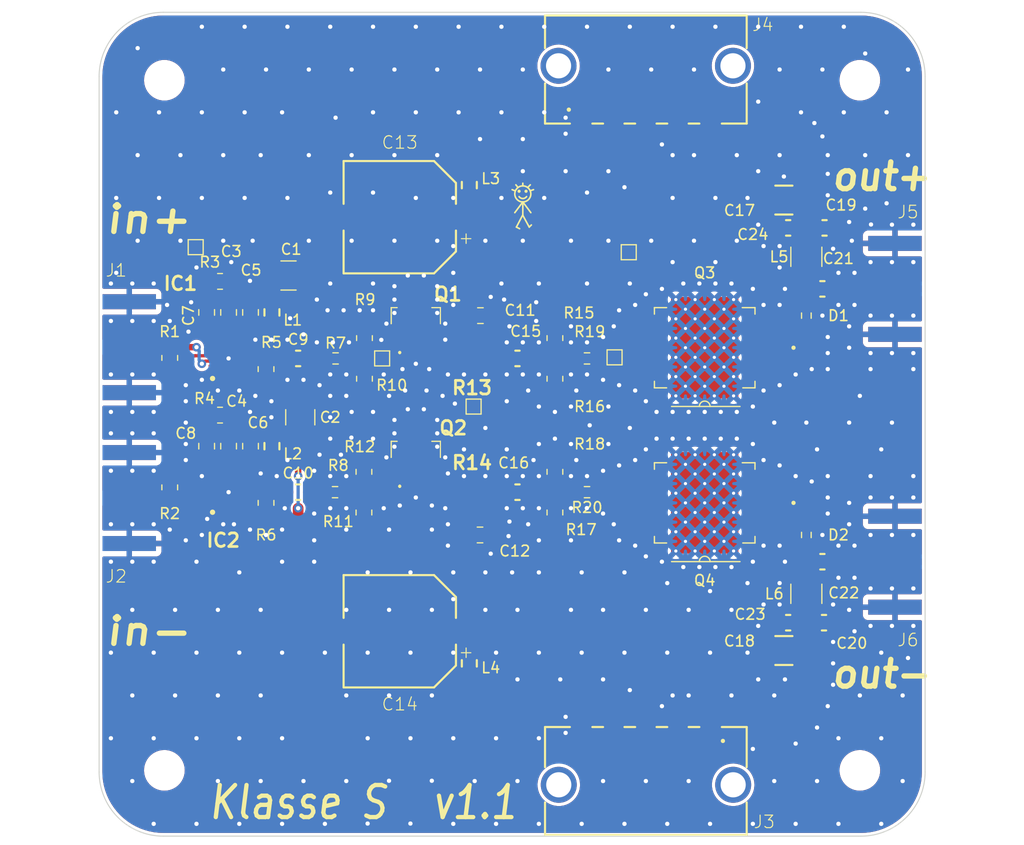
<source format=kicad_pcb>
(kicad_pcb (version 20211014) (generator pcbnew)
  (layers (0 "F.Cu" signal) (31 "B.Cu" signal) (34 "B.Paste" user) (35 "F.Paste" user) (36 "B.SilkS" user "B.Silkscreen") (37 "F.SilkS" user "F.Silkscreen") (38 "B.Mask" user) (39 "F.Mask" user) (44 "Edge.Cuts" user))
  (net 0 "")
  (net 1 "GND")
  (net 2 "+5V")
  (net 3 "Net-(C3-Pad2)")
  (net 4 "Net-(C4-Pad2)")
  (net 6 "Net-(IC1-Pad14)")
  (net 7 "Net-(C9-Pad1)")
  (net 9 "Net-(C10-Pad1)")
  (net 10 "/V_in_P")
  (net 11 "/V_in_N")
  (net 12 "Net-(C7-Pad1)")
  (net 13 "Net-(C8-Pad2)")
  (net 16 "Net-(C11-Pad2)")
  (net 17 "Net-(C12-Pad2)")
  (net 18 "outp_stage2")
  (net 19 "Net-(C15-Pad1)")
  (net 20 "outn_stage2")
  (net 21 "Net-(C16-Pad1)")
  (net 22 "Net-(C21-Pad1)")
  (net 23 "Net-(C21-Pad2)")
  (net 24 "Net-(C22-Pad1)")
  (net 25 "Net-(C22-Pad2)")
  (net 26 "Net-(D1-Pad2)")
  (net 27 "Net-(D2-Pad2)")
  (net 28 "outp_stage1")
  (net 29 "outn_stage1")
  (net 30 "VDD")
  (net 31 "VDC")
  (net 32 "Net-(Q1-Pad1)")
  (net 33 "Net-(Q2-Pad1)")
  (net 34 "Net-(Q3-Pad2)")
  (net 35 "Net-(Q4-Pad2)")
  (footprint "SMAconnector:1.6mmSMD_SMA_sideways" (layer "F.Cu") (at 74.215 97.05 -90)
    (fp_text reference "J2")
    (fp_text value "Conn_Coaxial")
  )
  (footprint "WCAP-CSGP:WCAP-CSGP_0805_H0.8_R" (layer "F.Cu") (at 113 96.5)
    (fp_text reference "C16")
    (fp_text value "1e-9")
  )
  (footprint "Resistor_SMD:R_0805_2012Metric_Pad1.20x1.40mm_HandSolder" (layer "F.Cu") (at 98.65 98.4 -90)
    (fp_text reference "R11")
    (fp_text value "3.3k")
  )
  (footprint "WCAP-CSGP:WCAP-CSGP_0805_H0.8_R" (layer "F.Cu") (at 141.7 71.8)
    (fp_text reference "C19")
    (fp_text value "68e-9")
  )
  (footprint "SamacSys_Parts:QFN50P300X300X100-17N-D" (layer "F.Cu") (at 86 96.5 90)
    (fp_text reference "IC2")
    (fp_text value "THS4302RGTR" hide)
  )
  (footprint "TestPoint:TestPoint_Pad_1.0x1.0mm" (layer "F.Cu") (at 122.075 83.9)
    (fp_text reference "REF**" hide)
    (fp_text value "TestPoint_Pad_1.0x1.0mm")
  )
  (footprint "Resistor_SMD:R_0603_1608Metric_Pad0.98x0.95mm_HandSolder" (layer "F.Cu") (at 95.95 96.5)
    (fp_text reference "R8")
    (fp_text value "5")
  )
  (footprint "TestPoint:TestPoint_Pad_1.0x1.0mm" (layer "F.Cu") (at 100.35 84)
    (fp_text reference "REF**" hide)
    (fp_text value "TestPoint_Pad_1.0x1.0mm")
  )
  (footprint "Resistor_SMD:R_0805_2012Metric_Pad1.20x1.40mm_HandSolder" (layer "F.Cu") (at 85.2 89.3 180)
    (fp_text reference "R4")
    (fp_text value "30")
  )
  (footprint "Resistor_SMD:R_0805_2012Metric_Pad1.20x1.40mm_HandSolder" (layer "F.Cu") (at 116.5 98.4 -90)
    (fp_text reference "R17")
    (fp_text value "910")
  )
  (footprint "WCAP-CSGP:WCAP-CSGP_0805_H0.8_R" (layer "F.Cu") (at 113 84)
    (fp_text reference "C15")
    (fp_text value "1e-9")
  )
  (footprint "snapEDAfootprints:TRANS_PD55008-E" (layer "F.Cu") (at 130.5 97.5 180)
    (fp_text reference "Q4")
    (fp_text value "PD55003-E")
  )
  (footprint "WCAP-CSGP:WCAP-CSGP_1210_H2.5" (layer "F.Cu") (at 137.9 111.3 180)
    (fp_text reference "C18")
    (fp_text value "47e-6")
  )
  (footprint "WE-CBF:WE-CBF_0805(W=3.0)" (layer "F.Cu") (at 108.5 112.5 90)
    (fp_text reference "L4")
    (fp_text value "742792036")
  )
  (footprint "Capacitor_SMD:C_0805_2012Metric_Pad1.18x1.45mm_HandSolder" (layer "F.Cu") (at 88.05 92.2 -90)
    (fp_text reference "C6")
    (fp_text value "47nF")
  )
  (footprint "TestPoint:TestPoint_Pad_1.0x1.0mm" (layer "F.Cu") (at 123.4 74.075)
    (fp_text reference "REF**" hide)
    (fp_text value "TestPoint_Pad_1.0x1.0mm")
  )
  (footprint "Resistor_SMD:R_0805_2012Metric_Pad1.20x1.40mm_HandSolder" (layer "F.Cu") (at 98.65 94.6 -90)
    (fp_text reference "R12")
    (fp_text value "2.2k")
  )
  (footprint "coilcraftFootprintLib:1210POC" (layer "F.Cu") (at 140 74.5 90)
    (fp_text reference "L5")
    (fp_text value "10e-6")
  )
  (footprint "SamacSys_Parts:RFM01U7PTE12LF" (layer "F.Cu") (at 103.5 93)
    (fp_text reference "Q2")
    (fp_text value "RFM01U7P_TE12L" hide)
  )
  (footprint "WCAP-ASLI:WCAP-ASLI_10X10.5(DXL)" (layer "F.Cu") (at 102 70.8)
    (fp_text reference "C13")
    (fp_text value "865080657017_150uF")
  )
  (footprint "Capacitor_SMD:C_1210_3225Metric_Pad1.33x2.70mm_HandSolder" (layer "F.Cu") (at 92.7 89.5 -90)
    (fp_text reference "C2")
    (fp_text value "22uF")
  )
  (footprint "SMAconnector:1.6mmSMD_SMA_sideways" (layer "F.Cu") (at 74.215 82.95 -90)
    (fp_text reference "J1")
    (fp_text value "Conn_Coaxial")
  )
  (footprint "Resistor_SMD:R_0603_1608Metric_Pad0.98x0.95mm_HandSolder" (layer "F.Cu") (at 96 84)
    (fp_text reference "R7")
    (fp_text value "5")
  )
  (footprint "WCAP-ASLI:WCAP-ASLI_10X10.5(DXL)" (layer "F.Cu") (at 102 109.5)
    (fp_text reference "C14")
    (fp_text value "865080657017_150uF")
  )
  (footprint "WCAP-CSGP:WCAP-CSGP_0805_H0.8_R" (layer "F.Cu") (at 141.5 103)
    (fp_text reference "C22")
    (fp_text value "1e-9")
  )
  (footprint "WCAP-CSGP:WCAP-CSGP_0805_H0.8_R" (layer "F.Cu") (at 141.65 108.7)
    (fp_text reference "C20")
    (fp_text value "68e-9")
  )
  (footprint "MPP4202:mpp4202" (layer "F.Cu") (at 140 100.5 90)
    (fp_text reference "D2")
    (fp_text value "MPP4202")
  )
  (footprint "MPP4202:mpp4202" (layer "F.Cu") (at 140 80 -90)
    (fp_text reference "D1")
    (fp_text value "MPP4202")
  )
  (footprint "SMAconnector:1.6mmSMD_SMA_sideways" (layer "F.Cu") (at 150.785 103 90)
    (fp_text reference "J6")
    (fp_text value "outn_SMA")
  )
  (footprint "Capacitor_SMD:C_1210_3225Metric_Pad1.33x2.70mm_HandSolder" (layer "F.Cu") (at 91.6 76.25 180)
    (fp_text reference "C1")
    (fp_text value "22uF")
  )
  (footprint "SamacSys_Parts:QFN50P300X300X100-17N-D" (layer "F.Cu") (at 86 84 90)
    (fp_text reference "IC1")
    (fp_text value "THS4302RGTR" hide)
  )
  (footprint "Resistor_SMD:R_0805_2012Metric_Pad1.20x1.40mm_HandSolder" (layer "F.Cu") (at 98.7 85.9 90)
    (fp_text reference "R10")
    (fp_text value "2.2k")
  )
  (footprint "Capacitor_SMD:C_0805_2012Metric_Pad1.18x1.45mm_HandSolder" (layer "F.Cu") (at 88.05 79.7 -90)
    (fp_text reference "C5")
    (fp_text value "47nF")
  )
  (footprint "snapEDAfootprints:TRANS_PD55008-E" (layer "F.Cu") (at 130.5 83 180)
    (fp_text reference "Q3")
    (fp_text value "PD55003-E")
  )
  (footprint "TestPoint:TestPoint_Pad_1.0x1.0mm" (layer "F.Cu") (at 82.925 73.6)
    (fp_text reference "REF**" hide)
    (fp_text value "TestPoint_Pad_1.0x1.0mm")
  )
  (footprint "WE-CBF:WE-CBF_0805(W=3.0)" (layer "F.Cu") (at 90.05 79.7 90)
    (fp_text reference "L1")
    (fp_text value "742792036")
  )
  (footprint "Resistor_SMD:R_0805_2012Metric_Pad1.20x1.40mm_HandSolder" (layer "F.Cu") (at 116.5 94.6 -90)
    (fp_text reference "R18")
    (fp_text value "4.7k")
  )
  (footprint "Capacitor_SMD:C_0805_2012Metric_Pad1.18x1.45mm_HandSolder" (layer "F.Cu") (at 83.95 79.7 -90)
    (fp_text reference "C7")
    (fp_text value "100nF")
  )
  (footprint "WCAP-CSGP:WCAP-CSGP_0805_H0.8_R" (layer "F.Cu") (at 138.3 108.7 180)
    (fp_text reference "C23")
    (fp_text value "1.5e-9")
  )
  (footprint "Capacitor_SMD:C_0805_2012Metric_Pad1.18x1.45mm_HandSolder" (layer "F.Cu") (at 109.5375 80 180)
    (fp_text reference "C11")
    (fp_text value "885012207095_33nF")
  )
  (footprint "WR-MPC3:662105130822" (layer "F.Cu") (at 125 123.5)
    (fp_text reference "J3")
    (fp_text value "powerConn5Lower")
  )
  (footprint "Resistor_SMD:R_0805_2012Metric_Pad1.20x1.40mm_HandSolder" (layer "F.Cu") (at 89.5 97.5 -90)
    (fp_text reference "R6")
    (fp_text value "100")
  )
  (footprint "SamacSys_Parts:RESC1632X70N" (layer "F.Cu") (at 108.85 97.3 -90)
    (fp_text reference "R14")
    (fp_text value "10" hide)
  )
  (footprint "WE-CBF:WE-CBF_0805(W=3.0)" (layer "F.Cu") (at 108.5 67.8 -90)
    (fp_text reference "L3")
    (fp_text value "742792036")
  )
  (footprint "Resistor_SMD:R_0603_1608Metric_Pad0.98x0.95mm_HandSolder" (layer "F.Cu") (at 119.5 96.5 180)
    (fp_text reference "R20")
    (fp_text value "1")
  )
  (footprint "WCAP-CSGP:WCAP-CSGP_0805_H0.8_R" (layer "F.Cu") (at 138.3 71.8 180)
    (fp_text reference "C24")
    (fp_text value "1.5e-9")
  )
  (footprint "Resistor_SMD:R_0805_2012Metric_Pad1.20x1.40mm_HandSolder" (layer "F.Cu") (at 98.7 82.1 90)
    (fp_text reference "R9")
    (fp_text value "3.3k")
  )
  (footprint "Capacitor_SMD:C_0805_2012Metric_Pad1.18x1.45mm_HandSolder" (layer "F.Cu") (at 86 92.2 -90)
    (fp_text reference "C4")
    (fp_text value "47pF")
  )
  (footprint "Capacitor_SMD:C_0805_2012Metric_Pad1.18x1.45mm_HandSolder" (layer "F.Cu") (at 83.95 92.2 90)
    (fp_text reference "C8")
    (fp_text value "100nF")
  )
  (footprint "SMAconnector:1.6mmSMD_SMA_sideways" (layer "F.Cu") (at 150.785 77.5 90)
    (fp_text reference "J5")
    (fp_text value "outp_SMA")
  )
  (footprint "WCAP-CSGP:WCAP-CSGP_0805_H0.8_R" (layer "F.Cu") (at 92.5 84)
    (fp_text reference "C9")
    (fp_text value "1e-9")
  )
  (footprint "MountingHole:MountingHole_3.2mm_M3" (layer "F.Cu") (at 80 122.5)
    (fp_text reference "REF**" hide)
    (fp_text value "MountingHole_3.2mm_M3")
  )
  (footprint "Resistor_SMD:R_0805_2012Metric_Pad1.20x1.40mm_HandSolder" (layer "F.Cu") (at 80.5 83.95 -90)
    (fp_text reference "R1")
    (fp_text value "50")
  )
  (footprint "Capacitor_SMD:C_0805_2012Metric_Pad1.18x1.45mm_HandSolder" (layer "F.Cu") (at 109.5 100.5 180)
    (fp_text reference "C12")
    (fp_text value "885012207095_33nF")
  )
  (footprint "MountingHole:MountingHole_3.2mm_M3" (layer "F.Cu") (at 145 58)
    (fp_text reference "REF**" hide)
    (fp_text value "MountingHole_3.2mm_M3")
  )
  (footprint "Resistor_SMD:R_0805_2012Metric_Pad1.20x1.40mm_HandSolder" (layer "F.Cu") (at 116.5 82.1 90)
    (fp_text reference "R15")
    (fp_text value "910")
  )
  (footprint "TestPoint:TestPoint_Pad_1.0x1.0mm" (layer "F.Cu") (at 108.9 88.5)
    (fp_text reference "REF**" hide)
    (fp_text value "TestPoint_Pad_1.0x1.0mm")
  )
  (footprint "WCAP-CSGP:WCAP-CSGP_0805_H0.8_R" (layer "F.Cu") (at 92.5 96.5)
    (fp_text reference "C10")
    (fp_text value "1e-9")
  )
  (footprint "Resistor_SMD:R_0805_2012Metric_Pad1.20x1.40mm_HandSolder" (layer "F.Cu") (at 89.5 85 -90)
    (fp_text reference "R5")
    (fp_text value "100")
  )
  (footprint "Resistor_SMD:R_0805_2012Metric_Pad1.20x1.40mm_HandSolder" (layer "F.Cu") (at 116.5 85.9 90)
    (fp_text reference "R16")
    (fp_text value "4.7k")
  )
  (footprint "Resistor_SMD:R_0805_2012Metric_Pad1.20x1.40mm_HandSolder" (layer "F.Cu") (at 85.2 76.8 180)
    (fp_text reference "R3")
    (fp_text value "30")
  )
  (footprint "coilcraftFootprintLib:1210POC" (layer "F.Cu") (at 140 106 -90)
    (fp_text reference "L6")
    (fp_text value "10e-6")
  )
  (footprint "MountingHole:MountingHole_3.2mm_M3" (layer "F.Cu") (at 145 122.5)
    (fp_text reference "REF**" hide)
    (fp_text value "MountingHole_3.2mm_M3")
  )
  (footprint "WCAP-CSGP:WCAP-CSGP_0805_H0.8_R" (layer "F.Cu") (at 141.5 77.5)
    (fp_text reference "C21")
    (fp_text value "1e-9")
  )
  (footprint "WR-MPC3:662105130822" (layer "F.Cu") (at 125 57 180)
    (fp_text reference "J4")
    (fp_text value "powerConn5Upper")
  )
  (footprint "SamacSys_Parts:RESC1632X70N" (layer "F.Cu") (at 108.85 83.2 90)
    (fp_text reference "R13")
    (fp_text value "10" hide)
  )
  (footprint "MountingHole:MountingHole_3.2mm_M3" (layer "F.Cu") (at 80 58)
    (fp_text reference "REF**" hide)
    (fp_text value "MountingHole_3.2mm_M3")
  )
  (footprint "WCAP-CSGP:WCAP-CSGP_1210_H2.5" (layer "F.Cu") (at 137.9 69.2 180)
    (fp_text reference "C17")
    (fp_text value "47e-6")
  )
  (footprint "Capacitor_SMD:C_0805_2012Metric_Pad1.18x1.45mm_HandSolder" (layer "F.Cu") (at 86 79.7 -90)
    (fp_text reference "C3")
    (fp_text value "47pF")
  )
  (footprint "SamacSys_Parts:RFM01U7PTE12LF" (layer "F.Cu") (at 103.5 80.5)
    (fp_text reference "Q1")
    (fp_text value "RFM01U7P_TE12L" hide)
  )
  (footprint "Resistor_SMD:R_0805_2012Metric_Pad1.20x1.40mm_HandSolder" (layer "F.Cu") (at 80.5 96.05 -90)
    (fp_text reference "R2")
    (fp_text value "50")
  )
  (footprint "Resistor_SMD:R_0603_1608Metric_Pad0.98x0.95mm_HandSolder" (layer "F.Cu") (at 119.5 84 180)
    (fp_text reference "R19")
    (fp_text value "1")
  )
  (footprint "WE-CBF:WE-CBF_0805(W=3.0)" (layer "F.Cu") (at 90.05 92.2 90)
    (fp_text reference "L2")
    (fp_text value "742792036")
  )
  (gr_line (start 114.25 70.375) (end 113.5 69.375) (layer "F.SilkS") (width 0.15))
  (gr_circle (center 113.15 68.375) (end 113.15 68.375) (layer "F.SilkS") (width 0.15) (fill none))
  (gr_line (start 112.75 70.375) (end 113.5 69.375) (layer "F.SilkS") (width 0.15))
  (gr_circle (center 113.8 68.375) (end 113.8 68.375) (layer "F.SilkS") (width 0.15) (fill none))
  (gr_line (start 114.1 71.725) (end 113.5 70.625) (layer "F.SilkS") (width 0.15))
  (gr_circle (center 113.5 68.625) (end 113.5 69.375) (layer "F.SilkS") (width 0.15) (fill none))
  (gr_line (start 114.5 68.225) (end 114.2 68.325) (layer "F.SilkS") (width 0.15))
  (gr_arc (start 113.85 68.875) (mid 113.5 69.055116) (end 113.15 68.875) (layer "F.SilkS") (width 0.15))
  (gr_line (start 113.2 71.875) (end 112.9 71.725) (layer "F.SilkS") (width 0.15))
  (gr_line (start 113.5 69.375) (end 113.5 70.625) (layer "F.SilkS") (width 0.15))
  (gr_line (start 112.85 67.775) (end 113.05 68.025) (layer "F.SilkS") (width 0.15))
  (gr_line (start 113.5 67.625) (end 113.5 67.875) (layer "F.SilkS") (width 0.15))
  (gr_line (start 112.9 71.725) (end 113.5 70.575) (layer "F.SilkS") (width 0.15))
  (gr_line (start 114.2 67.775) (end 113.95 68.025) (layer "F.SilkS") (width 0.15))
  (gr_line (start 114.3 71.525) (end 114.1 71.725) (layer "F.SilkS") (width 0.15))
  (gr_line (start 112.5 68.225) (end 112.75 68.325) (layer "F.SilkS") (width 0.15))
  (gr_line (start 73.9 57.65) (end 73.9 122.65) (layer "Edge.Cuts") (width 0.1))
  (gr_arc (start 145.1 51.65) (mid 149.342641 53.407359) (end 151.1 57.65) (layer "Edge.Cuts") (width 0.1))
  (gr_line (start 79.9 128.65) (end 145.1 128.65) (layer "Edge.Cuts") (width 0.1))
  (gr_arc (start 79.9 128.65) (mid 75.657359 126.892641) (end 73.9 122.65) (layer "Edge.Cuts") (width 0.1))
  (gr_line (start 151.1 122.65) (end 151.1 57.65) (layer "Edge.Cuts") (width 0.1))
  (gr_arc (start 73.9 57.65) (mid 75.657359 53.407359) (end 79.9 51.65) (layer "Edge.Cuts") (width 0.1))
  (gr_arc (start 151.1 122.65) (mid 149.342641 126.892641) (end 145.1 128.65) (layer "Edge.Cuts") (width 0.1))
  (gr_line (start 79.9 51.65) (end 145.1 51.65) (layer "Edge.Cuts") (width 0.1))
  (gr_text "v1.1" (at 109 125.5) (layer "F.SilkS") (effects (font (size 3 2.5) (thickness 0.4) italic)))
  (gr_text "out+" (at 147 67) (layer "F.SilkS") (effects (font (size 2.5 2.5) (thickness 0.5) italic)))
  (gr_text "out-" (at 147 113.5) (layer "F.SilkS") (effects (font (size 2.5 2.5) (thickness 0.5) italic)))
  (gr_text "in-\n" (at 78.5 109.5) (layer "F.SilkS") (effects (font (size 2.5 3) (thickness 0.5) italic)))
  (gr_text "Klasse S" (at 92.5 125.5) (layer "F.SilkS") (effects (font (size 3 2.5) (thickness 0.4) italic)))
  (gr_text "in+" (at 78.5 71) (layer "F.SilkS") (effects (font (size 2.5 3) (thickness 0.5) italic)))
  (segment (start 86 91.1625) (end 87.7875 91.1625) (width 0.6) (layer "F.Cu") (net 1))
  (segment (start 87.7875 91.1625) (end 87.8 91.175) (width 0.6) (layer "F.Cu") (net 1))
  (segment (start 86.2 91) (end 86 91.2) (width 0.6) (layer "F.Cu") (net 1))
  (segment (start 86.2 78.4625) (end 86 78.6625) (width 0.6) (layer "F.Cu") (net 1))
  (segment (start 86 78.6625) (end 87.8 78.6625) (width 0.6) (layer "F.Cu") (net 1))
  (segment (start 86.2 89.5375) (end 86.2 91) (width 0.6) (layer "F.Cu") (net 1))
  (via (at 133.5 91.5) (size 0.8) (drill 0.4) (layers "F.Cu" "B.Cu") (net 1))
  (via (at 95.5 91.5) (size 0.8) (drill 0.4) (layers "F.Cu" "B.Cu") (net 1))
  (via (at 97.5 73) (size 0.8) (drill 0.4) (layers "F.Cu" "B.Cu") (net 1))
  (via (at 105 100) (size 0.8) (drill 0.4) (layers "F.Cu" "B.Cu") (net 1))
  (via (at 148 90) (size 0.8) (drill 0.4) (layers "F.Cu" "B.Cu") (net 1))
  (via (at 125 107.5) (size 0.8) (drill 0.4) (layers "F.Cu" "B.Cu") (net 1))
  (via (at 113.5 82.5) (size 0.8) (drill 0.4) (layers "F.Cu" "B.Cu") (net 1))
  (via (at 130.5 91.5) (size 0.8) (drill 0.4) (layers "F.Cu" "B.Cu") (net 1))
  (via (at 119 127.5) (size 0.8) (drill 0.4) (layers "F.Cu" "B.Cu") (net 1))
  (via (at 82 86.5) (size 0.8) (drill 0.4) (layers "F.Cu" "B.Cu") (net 1))
  (via (at 104.25 76.25) (size 0.8) (drill 0.4) (layers "F.Cu" "B.Cu") (net 1))
  (via (at 118 101) (size 0.8) (drill 0.4) (layers "F.Cu" "B.Cu") (net 1))
  (via (at 115.5 53) (size 0.8) (drill 0.4) (layers "F.Cu" "B.Cu") (net 1))
  (via (at 121 114) (size 0.8) (drill 0.4) (layers "F.Cu" "B.Cu") (net 1))
  (via (at 77 91) (size 0.8) (drill 0.4) (layers "F.Cu" "B.Cu") (net 1))
  (via (at 135 88.5) (size 0.8) (drill 0.4) (layers "F.Cu" "B.Cu") (net 1))
  (via (at 131 127.5) (size 0.8) (drill 0.4) (layers "F.Cu" "B.Cu") (net 1))
  (via (at 105.5 78.5) (size 0.8) (drill 0.4) (layers "F.Cu" "B.Cu") (net 1))
  (via (at 77 89) (size 0.8) (drill 0.4) (layers "F.Cu" "B.Cu") (net 1))
  (via (at 88.5 87.5) (size 0.8) (drill 0.4) (layers "F.Cu" "B.Cu") (net 1))
  (via (at 143.5 53) (size 0.8) (drill 0.4) (layers "F.Cu" "B.Cu") (net 1))
  (via (at 141.5 57) (size 0.8) (drill 0.4) (layers "F.Cu" "B.Cu") (net 1))
  (via (at 89 65) (size 0.8) (drill 0.4) (layers "F.Cu" "B.Cu") (net 1))
  (via (at 141 92.5) (size 0.8) (drill 0.4) (layers "F.Cu" "B.Cu") (net 1))
  (via (at 127.5 75) (size 0.8) (drill 0.4) (layers "F.Cu" "B.Cu") (net 1))
  (via (at 127.5 69) (size 0.8) (drill 0.4) (layers "F.Cu" "B.Cu") (net 1))
  (via (at 82 93.5) (size 0.8) (drill 0.4) (layers "F.Cu" "B.Cu") (net 1))
  (via (at 138 77.5) (size 0.8) (drill 0.4) (layers "F.Cu" "B.Cu") (net 1))
  (via (at 97.5 57) (size 0.8) (drill 0.4) (layers "F.Cu" "B.Cu") (net 1))
  (via (at 113 123.5) (size 0.8) (drill 0.4) (layers "F.Cu" "B.Cu") (net 1))
  (via (at 115 101) (size 0.8) (drill 0.4) (layers "F.Cu" "B.Cu") (net 1))
  (via (at 83 75.5) (size 0.8) (drill 0.4) (layers "F.Cu" "B.Cu") (net 1))
  (via (at 77 80.5) (size 0.8) (drill 0.4) (layers "F.Cu" "B.Cu") (net 1))
  (via (at 135 120.5) (size 0.8) (drill 0.4) (layers "F.Cu" "B.Cu") (net 1))
  (via (at 109 123.5) (size 0.8) (drill 0.4) (layers "F.Cu" "B.Cu") (net 1))
  (via (at 88 100) (size 0.8) (drill 0.4) (layers "F.Cu" "B.Cu") (net 1))
  (via (at 79 94.5) (size 0.8) (drill 0.4) (layers "F.Cu" "B.Cu") (net 1))
  (via (at 135.5 114) (size 0.8) (drill 0.4) (layers "F.Cu" "B.Cu") (net 1))
  (via (at 77 115.5) (size 0.8) (drill 0.4) (layers "F.Cu" "B.Cu") (net 1))
  (via (at 127.5 91.5) (size 0.8) (drill 0.4) (layers "F.Cu" "B.Cu") (net 1))
  (via (at 106.5 99.5) (size 0.8) (drill 0.4) (layers "F.Cu" "B.Cu") (net 1))
  (via (at 88 89) (size 0.8) (drill 0.4) (layers "F.Cu" "B.Cu") (net 1))
  (via (at 97 85.5) (size 0.8) (drill 0.4) (layers "F.Cu" "B.Cu") (net 1))
  (via (at 94.5 86.5) (size 0.8) (drill 0.4) (layers "F.Cu" "B.Cu") (net 1))
  (via (at 121.5 57) (size 0.8) (drill 0.4) (layers "F.Cu" "B.Cu") (net 1))
  (via (at 147 111.5) (size 0.8) (drill 0.4) (layers "F.Cu" "B.Cu") (net 1))
  (via (at 112 95) (size 0.8) (drill 0.4) (layers "F.Cu" "B.Cu") (net 1))
  (via (at 99 104) (size 0.8) (drill 0.4) (layers "F.Cu" "B.Cu") (net 1))
  (via (at 139 120) (size 0.8) (drill 0.4) (layers "F.Cu" "B.Cu") (net 1))
  (via (at 118 92) (size 0.8) (drill 0.4) (layers "F.Cu" "B.Cu") (net 1))
  (via (at 94.25 78.5) (size 0.8) (drill 0.4) (layers "F.Cu" "B.Cu") (net 1))
  (via (at 104.25 88.75) (size 0.8) (drill 0.4) (layers "F.Cu" "B.Cu") (net 1))
  (via (at 108 92.5) (size 0.8) (drill 0.4) (layers "F.Cu" "B.Cu") (net 1))
  (via (at 134.5 105) (size 0.8) (drill 0.4) (layers "F.Cu" "B.Cu") (net 1))
  (via (at 135.5 109) (size 0.8) (drill 0.4) (layers "F.Cu" "B.Cu") (net 1))
  (via (at 117.5 119) (size 0.8) (drill 0.4) (layers "F.Cu" "B.Cu") (net 1))
  (via (at 77 94.5) (size 0.8) (drill 0.4) (layers "F.Cu" "B.Cu") (net 1))
  (via (at 93 81.75) (size 0.8) (drill 0.4) (layers "F.Cu" "B.Cu") (net 1))
  (via (at 146 95) (size 0.8) (drill 0.4) (layers "F.Cu" "B.Cu") (net 1))
  (via (at 79 119.5) (size 0.8) (drill 0.4) (layers "F.Cu" "B.Cu") (net 1))
  (via (at 112.25 99.25) (size 0.8) (drill 0.4) (layers "F.Cu" "B.Cu") (net 1))
  (via (at 146 105.5) (size 0.8) (drill 0.4) (layers "F.Cu" "B.Cu") (net 1))
  (via (at 142 83.5) (size 0.8) (drill 0.4) (layers "F.Cu" "B.Cu") (net 1))
  (via (at 148 83.5) (size 0.8) (drill 0.4) (layers "F.Cu" "B.Cu") (net 1))
  (via (at 127 127.5) (size 0.8) (drill 0.4) (layers "F.Cu" "B.Cu") (net 1))
  (via (at 79 77) (size 0.8) (drill 0.4) (layers "F.Cu" "B.Cu") (net 1))
  (via (at 122.5 94) (size 0.8) (drill 0.4) (layers "F.Cu" "B.Cu") (net 1))
  (via (at 95.5 68.5) (size 0.8) (drill 0.4) (layers "F.Cu" "B.Cu") (net 1))
  (via (at 133.5 89) (size 0.8) (drill 0.4) (layers "F.Cu" "B.Cu") (net 1))
  (via (at 149.5 57) (size 0.8) (drill 0.4) (layers "F.Cu" "B.Cu") (net 1))
  (via (at 93.5 73) (size 0.8) (drill 0.4) (layers "F.Cu" "B.Cu") (net 1))
  (via (at 142.5 112.5) (size 0.8) (drill 0.4) (layers "F.Cu" "B.Cu") (net 1))
  (via (at 80.25 79) (size 0.8) (drill 0.4) (layers "F.Cu" "B.Cu") (net 1))
  (via (at 77.5 73) (size 0.8) (drill 0.4) (layers "F.Cu" "B.Cu") (net 1))
  (via (at 126 91.5) (size 0.8) (drill 0.4) (layers "F.Cu" "B.Cu") (net 1))
  (via (at 137 90) (size 0.8) (drill 0.4) (layers "F.Cu" "B.Cu") (net 1))
  (via (at 135.5 60) (size 0.8) (drill 0.4) (layers "F.Cu" "B.Cu") (net 1))
  (via (at 143 101.5) (size 0.8) (drill 0.4) (layers "F.Cu" "B.Cu") (net 1))
  (via (at 118 81) (size 0.8) (drill 0.4) (layers "F.Cu" "B.Cu") (net 1))
  (via (at 96 61.5) (size 0.8) (drill 0.4) (layers "F.Cu" "B.Cu") (net 1))
  (via (at 99.5 89) (size 0.8) (drill 0.4) (layers "F.Cu" "B.Cu") (net 1))
  (via (at 114.5 93.5) (size 0.8) (drill 0.4) (layers "F.Cu" "B.Cu") (net 1))
  (via (at 131.5 103.5) (size 0.8) (drill 0.4) (layers "F.Cu" "B.Cu") (net 1))
  (via (at 81.5 73) (size 0.8) (drill 0.4) (layers "F.Cu" "B.Cu") (net 1))
  (via (at 149 123.5) (size 0.8) (drill 0.4) (layers "F.Cu" "B.Cu") (net 1))
  (via (at 139 85.5) (size 0.8) (drill 0.4) (layers "F.Cu" "B.Cu") (net 1))
  (via (at 110 95) (size 0.8) (drill 0.4) (layers "F.Cu" "B.Cu") (net 1))
  (via (at 97 98) (size 0.8) (drill 0.4) (layers "F.Cu" "B.Cu") (net 1))
  (via (at 135 103) (size 0.8) (drill 0.4) (layers "F.Cu" "B.Cu") (net 1))
  (via (at 105.5 65) (size 0.8) (drill 0.4) (layers "F.Cu" "B.Cu") (net 1))
  (via (at 118 85.5) (size 0.8) (drill 0.4) (layers "F.Cu" "B.Cu") (net 1))
  (via (at 131 105.75) (size 0.8) (drill 0.4) (layers "F.Cu" "B.Cu") (net 1))
  (via (at 139.5 61) (size 0.8) (drill 0.4) (layers "F.Cu" "B.Cu") (net 1))
  (via (at 98.25 79.5) (size 0.8) (drill 0.4) (layers "F.Cu" "B.Cu") (net 1))
  (via (at 114.75 80.5) (size 0.8) (drill 0.4) (layers "F.Cu" "B.Cu") (net 1))
  (via (at 125 78) (size 0.8) (drill 0.4) (layers "F.Cu" "B.Cu") (net 1))
  (via (at 129.5 65) (size 0.8) (drill 0.4) (layers "F.Cu" "B.Cu") (net 1))
  (via (at 129 89) (size 0.8) (drill 0.4) (layers "F.Cu" "B.Cu") (net 1))
  (via (at 143 127.5) (size 0.8) (drill 0.4) (layers "F.Cu" "B.Cu") (net 1))
  (via (at 100.75 80.75) (size 0.8) (drill 0.4) (layers "F.Cu" "B.Cu") (net 1))
  (via (at 75 80.5) (size 0.8) (drill 0.4) (layers "F.Cu" "B.Cu") (net 1))
  (via (at 121 94.5) (size 0.8) (drill 0.4) (layers "F.Cu" "B.Cu") (net 1))
  (via (at 130.5 89) (size 0.8) (drill 0.4) (layers "F.Cu" "B.Cu") (net 1))
  (via (at 132 91.5) (size 0.8) (drill 0.4) (layers "F.Cu" "B.Cu") (net 1))
  (via (at 110 104) (size 0.8) (drill 0.4) (layers "F.Cu" "B.Cu") (net 1))
  (via (at 95.5 95) (size 0.8) (drill 0.4) (layers "F.Cu" "B.Cu") (net 1))
  (via (at 149.5 65) (size 0.8) (drill 0.4) (layers "F.Cu" "B.Cu") (net 1))
  (via (at 113.5 73) (size 0.8) (drill 0.4) (layers "F.Cu" "B.Cu") (net 1))
  (via (at 104.993822 123.473084) (size 0.8) (drill 0.4) (layers "F.Cu" "B.Cu") (net 1))
  (via (at 146 80) (size 0.8) (drill 0.4) (layers "F.Cu" "B.Cu") (net 1))
  (via (at 79 127.5) (size 0.8) (drill 0.4) (layers "F.Cu" "B.Cu") (net 1))
  (via (at 75.5 76) (size 0.8) (drill 0.4) (layers "F.Cu" "B.Cu") (net 1))
  (via (at 129 115.5) (size 0.8) (drill 0.4) (layers "F.Cu" "B.Cu") (net 1))
  (via (at 95.5 77) (size 0.8) (drill 0.4) (layers "F.Cu" "B.Cu") (net 1))
  (via (at 122.5 86.5) (size 0.8) (drill 0.4) (layers "F.Cu" "B.Cu") (net 1))
  (via (at 94 101) (size 0.8) (drill 0.4) (layers "F.Cu" "B.Cu") (net 1))
  (via (at 87 104) (size 0.8) (drill 0.4) (layers "F.Cu" "B.Cu") (net 1))
  (via (at 141 123.5) (size 0.8) (drill 0.4) (layers "F.Cu" "B.Cu") (net 1))
  (via (at 100.75 93.25) (size 0.8) (drill 0.4) (layers "F.Cu" "B.Cu") (net 1))
  (via (at 144.5 101.5) (size 0.8) (drill 0.4) (layers "F.Cu" "B.Cu") (net 1))
  (via (at 90.5 95) (size 0.8) (drill 0.4) (layers "F.Cu" "B.Cu") (net 1))
  (via (at 126.5 103) (size 0.8) (drill 0.4) (layers "F.Cu" "B.Cu") (net 1))
  (via (at 136 79) (size 0.8) (drill 0.4) (layers "F.Cu" "B.Cu") (net 1))
  (via (at 105.5 92.25) (size 0.8) (drill 0.4) (layers "F.Cu" "B.Cu") (net 1))
  (via (at 145 87.5) (size 0.8) (drill 0.4) (layers "F.Cu" "B.Cu") (net 1))
  (via (at 100.5 85.5) (size 0.8) (drill 0.4) (layers "F.Cu" "B.Cu") (net 1))
  (via (at 137.5 57) (size 0.8) (drill 0.4) (layers "F.Cu" "B.Cu") (net 1))
  (via (at 101.5 92.25) (size 0.8) (drill 0.4) (layers "F.Cu" "B.Cu") (net 1))
  (via (at 125.5 73) (size 0.8) (drill 0.4) (layers "F.Cu" "B.Cu") (net 1))
  (via (at 83.5 69) (size 0.8) (drill 0.4) (layers "F.Cu" "B.Cu") (net 1))
  (via (at 84 99) (size 0.8) (drill 0.4) (layers "F.Cu" "B.Cu") (net 1))
  (via (at 97 87.5) (size 0.8) (drill 0.4) (layers "F.Cu" "B.Cu") (net 1))
  (via (at 119.484474 97.98861) (size 0.8) (drill 0.4) (layers "F.Cu" "B.Cu") (net 1))
  (via (at 91 100) (size 0.8) (drill 0.4) (layers "F.Cu" "B.Cu") (net 1))
  (via (at 139 95) (size 0.8) (drill 0.4) (layers "F.Cu" "B.Cu") (net 1))
  (via (at 101.5 91) (size 0.8) (drill 0.4) (layers "F.Cu" "B.Cu") (net 1))
  (via (at 111.5 77) (size 0.8) (drill 0.4) (layers "F.Cu" "B.Cu") (net 1))
  (via (at 123.5 90.5) (size 0.8) (drill 0.4) (layers "F.Cu" "B.Cu") (net 1))
  (via (at 85.5 65) (size 0.8) (drill 0.4) (layers "F.Cu" "B.Cu") (net 1))
  (via (at 75 85.5) (size 0.8) (drill 0.4) (layers "F.Cu" "B.Cu") (net 1))
  (via (at 118 107.5) (size 0.8) (drill 0.4) (layers "F.Cu" "B.Cu") (net 1))
  (via (at 113.5 57) (size 0.8) (drill 0.4) (layers "F.Cu" "B.Cu") (net 1))
  (via (at 91 103) (size 0.8) (drill 0.4) (layers "F.Cu" "B.Cu") (net 1))
  (via (at 97.477221 91.399591) (size 0.8) (drill 0.4) (layers "F.Cu" "B.Cu") (net 1))
  (via (at 95.75 82.5) (size 0.8) (drill 0.4) (layers "F.Cu" "B.Cu") (net 1))
  (via (at 131.5 75) (size 0.8) (drill 0.4) (layers "F.Cu" "B.Cu") (net 1))
  (via (at 83.5 100.5) (size 0.8) (drill 0.4) (layers "F.Cu" "B.Cu") (net 1))
  (via (at 118.5 87) (size 0.8) (drill 0.4) (layers "F.Cu" "B.Cu") (net 1))
  (via (at 115 95) (size 0.8) (drill 0.4) (layers "F.Cu" "B.Cu") (net 1))
  (via (at 89 123.5) (size 0.8) (drill 0.4) (layers "F.Cu" "B.Cu") (net 1))
  (via (at 82 92) (size 0.8) (drill 0.4) (layers "F.Cu" "B.Cu") (net 1))
  (via (at 97 115.5) (size 0.8) (drill 0.4) (layers "F.Cu" "B.Cu") (net 1))
  (via (at 123 111.5) (size 0.8) (drill 0.4) (layers "F.Cu" "B.Cu") (net 1))
  (via (at 82.5 78.75) (size 0.8) (drill 0.4) (layers "F.Cu" "B.Cu") (net 1))
  (via (at 79 85.5) (size 0.8) (drill 0.4) (layers "F.Cu" "B.Cu") (net 1))
  (via (at 105.5 73) (size 0.8) (drill 0.4) (layers "F.Cu" "B.Cu") (net 1))
  (via (at 126.5 116.5) (size 0.8) (drill 0.4) (layers "F.Cu" "B.Cu") (net 1))
  (via (at 144.25 73) (size 0.8) (drill 0.4) (layers "F.Cu" "B.Cu") (net 1))
  (via (at 142 66.75) (size 0.8) (drill 0.4) (layers "F.Cu" "B.Cu") (net 1))
  (via (at 115 92) (size 0.8) (drill 0.4) (layers "F.Cu" "B.Cu") (net 1))
  (via (at 87 111.5) (size 0.8) (drill 0.4) (layers "F.Cu" "B.Cu") (net 1))
  (via (at 91.5 86) (size 0.8) (drill 0.4) (layers "F.Cu" "B.Cu") (net 1))
  (via (at 137 123.5) (size 0.8) (drill 0.4) (layers "F.Cu" "B.Cu") (net 1))
  (via (at 127 105) (size 0.8) (drill 0.4) (layers "F.Cu" "B.Cu") (net 1))
  (via (at 113 114) (size 0.8) (drill 0.4) (layers "F.Cu" "B.Cu") (net 1))
  (via (at 97.5 65) (size 0.8) (drill 0.4) (layers "F.Cu" "B.Cu") (net 1))
  (via (at 77 77) (size 0.8) (drill 0.4) (layers "F.Cu" "B.Cu") (net 1))
  (via (at 122 99.5) (size 0.8) (drill 0.4) (layers "F.Cu" "B.Cu") (net 1))
  (via (at 122.5 79.5) (size 0.8) (drill 0.4) (layers "F.Cu" "B.Cu") (net 1))
  (via (at 86.5 99.5) (size 0.8) (drill 0.4) (layers "F.Cu" "B.Cu") (net 1))
  (via (at 115 119.5) (size 0.8) (drill 0.4) (layers "F.Cu" "B.Cu") (net 1))
  (via (at 79 111.5) (size 0.8) (drill 0.4) (layers "F.Cu" "B.Cu") (net 1))
  (via (at 150 71.5) (size 0.8) (drill 0.4) (layers "F.Cu" "B.Cu") (net 1))
  (via (at 121.5 66.5) (size 0.8) (drill 0.4) (layers "F.Cu" "B.Cu") (net 1))
  (via (at 144 81) (size 0.8) (drill 0.4) (layers "F.Cu" "B.Cu") (net 1))
  (via (at 137.9 67) (size 0.8) (drill 0.4) (layers "F.Cu" "B.Cu") (net 1))
  (via (at 88.25 73) (size 0.8) (drill 0.4) (layers "F.Cu" "B.Cu") (net 1))
  (via (at 135 127.5) (size 0.8) (drill 0.4) (layers "F.Cu" "B.Cu") (net 1))
  (via (at 119.5 82.5) (size 0.8) (drill 0.4) (layers "F.Cu" "B.Cu") (net 1))
  (via (at 89.5 57) (size 0.8) (drill 0.4) (layers "F.Cu" "B.Cu") (net 1))
  (via (at 87.5 61) (size 0.8) (drill 0.4) (layers "F.Cu" "B.Cu") (net 1))
  (via (at 115 127.5) (size 0.8) (drill 0.4) (layers "F.Cu" "B.Cu") (net 1))
  (via (at 93.5 57) (size 0.8) (drill 0.4) (layers "F.Cu" "B.Cu") (net 1))
  (via (at 81 115.5) (size 0.8) (drill 0.4) (layers "F.Cu" "B.Cu") (net 1))
  (via (at 118 88.5) (size 0.8) (drill 0.4) (layers "F.Cu" "B.Cu") (net 1))
  (via (at 91.5 53) (size 0.8) (drill 0.4) (layers "F.Cu" "B.Cu") (net 1))
  (via (at 123 68) (size 0.8) (drill 0.4) (layers "F.Cu" "B.Cu") (net 1))
  (via (at 142 95) (size 0.8) (drill 0.4) (layers "F.Cu" "B.Cu") (net 1))
  (via (at 136 93.5) (size 0.8) (drill 0.4) (layers "F.Cu" "B.Cu") (net 1))
  (via (at 107 69) (size 0.8) (drill 0.4) (layers "F.Cu" "B.Cu") (net 1))
  (via (at 89 94.75) (size 0.8) (drill 0.4) (layers "F.Cu" "B.Cu") (net 1))
  (via (at 94 103) (size 0.8) (drill 0.4) (layers "F.Cu" "B.Cu") (net 1))
  (via (at 111.5 69) (size 0.8) (drill 0.4) (layers "F.Cu" "B.Cu") (net 1))
  (via (at 135 92) (size 0.8) (drill 0.4) (layers "F.Cu" "B.Cu") (net 1))
  (via (at 148 97) (size 0.8) (drill 0.4) (layers "F.Cu" "B.Cu") (net 1))
  (via (at 95.5 53) (size 0.8) (drill 0.4) (layers "F.Cu" "B.Cu") (net 1))
  (via (at 91.5 93.5) (size 0.8) (drill 0.4) (layers "F.Cu" "B.Cu") (net 1))
  (via (at 149.5 112) (size 0.8) (drill 0.4) (layers "F.Cu" "B.Cu") (net 1))
  (via (at 95.5 98) (size 0.8) (drill 0.4) (layers "F.Cu" "B.Cu") (net 1))
  (via (at 105.5 77.25) (size 0.8) (drill 0.4) (layers "F.Cu" "B.Cu") (net 1))
  (via (at 115 98) (size 0.8) (drill 0.4) (layers "F.Cu" "B.Cu") (net 1))
  (via (at 137.5 105) (size 0.8) (drill 0.4) (layers "F.Cu" "B.Cu") (net 1))
  (via (at 148 71.5) (size 0.8) (drill 0.4) (layers "F.Cu" "B.Cu") (net 1))
  (via (at 125 102.5) (size 0.8) (drill 0.4) (layers "F.Cu" "B.Cu") (net 1))
  (via (at 99.5 61) (size 0.8) (drill 0.4) (layers "F.Cu" "B.Cu") (net 1))
  (via (at 85 123.5) (size 0.8) (drill 0.4) (layers "F.Cu" "B.Cu") (net 1))
  (via (at 108 95) (size 0.8) (drill 0.4) (layers "F.Cu" "B.Cu") (net 1))
  (via (at 144.5 109.5) (size 0.8) (drill 0.4) (layers "F.Cu" "B.Cu") (net 1))
  (via (at 114 87) (size 0.8) (drill 0.4) (layers "F.Cu" "B.Cu") (net 1))
  (via (at 101.5 73) (size 0.8) (drill 0.4) (layers "F.Cu" "B.Cu") (net 1))
  (via (at 105.5 91) (size 0.8) (drill 0.4) (layers "F.Cu" "B.Cu") (net 1))
  (via (at 119.5 77) (size 0.8) (drill 0.4) (layers "F.Cu" "B.Cu") (net 1))
  (via (at 97 107.5) (size 0.8) (drill 0.4) (layers "F.Cu" "B.Cu") (net 1))
  (via (at 94.25 82.5) (size 0.8) (drill 0.4) (layers "F.Cu" "B.Cu") (net 1))
  (via (at 144 71.25) (size 0.8) (drill 0.4) (layers "F.Cu" "B.Cu") (net 1))
  (via (at 133.5 65) (size 0.8) (drill 0.4) (layers "F.Cu" "B.Cu") (net 1))
  (via (at 102.5 87) (size 0.8) (drill 0.4) (layers "F.Cu" "B.Cu") (net 1))
  (via (at 75 77) (size 0.8) (drill 0.4) (layers "F.Cu" "B.Cu") (net 1))
  (via (at 99 119.5) (size 0.8) (drill 0.4) (layers "F.Cu" "B.Cu") (net 1))
  (via (at 106.5 94.75) (size 0.8) (drill 0.4) (layers "F.Cu" "B.Cu") (net 1))
  (via (at 121.5 88.5) (size 0.8) (drill 0.4) (layers "F.Cu" "B.Cu") (net 1))
  (via (at 103.5 84.5) (size 0.8) (drill 0.4) (layers "F.Cu" "B.Cu") (net 1))
  (via (at 142 68.75) (size 0.8) (drill 0.4) (layers "F.Cu" "B.Cu") (net 1))
  (via (at 99.5 53) (size 0.8) (drill 0.4) (layers "F.Cu" "B.Cu") (net 1))
  (via (at 83.5 95) (size 0.8) (drill 0.4) (layers "F.Cu" "B.Cu") (net 1))
  (via (at 77 123.5) (size 0.8) (drill 0.4) (layers "F.Cu" "B.Cu") (net 1))
  (via (at 91 119.5) (size 0.8) (drill 0.4) (layers "F.Cu" "B.Cu") (net 1))
  (via (at 131.5 53) (size 0.8) (drill 0.4) (layers "F.Cu" "B.Cu") (net 1))
  (via (at 129.5 57) (size 0.8) (drill 0.4) (layers "F.Cu" "B.Cu") (net 1))
  (via (at 89.5 100.5) (size 0.8) (drill 0.4) (layers "F.Cu" "B.Cu") (net 1))
  (via (at 137.5 107) (size 0.8) (drill 0.4) (layers "F.Cu" "B.Cu") (net 1))
  (via (at 101.5 77.25) (size 0.8) (drill 0.4) (layers "F.Cu" "B.Cu") (net 1))
  (via (at 136 107) (size 0.8) (drill 0.4) (layers "F.Cu" "B.Cu") (net 1))
  (via (at 115 82.5) (size 0.8) (drill 0.4) (layers "F.Cu" "B.Cu") (net 1))
  (via (at 136 87) (size 0.8) (drill 0.4) (layers "F.Cu" "B.Cu") (net 1))
  (via (at 106 87.5) (size 0.8) (drill 0.4) (layers "F.Cu" "B.Cu") (net 1))
  (via (at 91.75 80.25) (size 0.8) (drill 0.4) (layers "F.Cu" "B.Cu") (net 1))
  (via (at 124 93.5) (size 0.8) (drill 0.4) (layers "F.Cu" "B.Cu") (net 1))
  (via (at 146 100.5) (size 0.8) (drill 0.4) (layers "F.Cu" "B.Cu") (net 1))
  (via (at 117.5 61.5) (size 0.8) (drill 0.4) (layers "F.Cu" "B.Cu") (net 1))
  (via (at 119.5 95) (size 0.8) (drill 0.4) (layers "F.Cu" "B.Cu") (net 1))
  (via (at 87 87) (size 0.8) (drill 0.4) (layers "F.Cu" "B.Cu") (net 1))
  (via (at 142 98.5) (size 0.8) (drill 0.4) (layers "F.Cu" "B.Cu") (net 1))
  (via (at 123 104) (size 0.8) (drill 0.4) (layers "F.Cu" "B.Cu") (net 1))
  (via (at 96.75 79.5) (size 0.8) (drill 0.4) (layers "F.Cu" "B.Cu") (net 1))
  (via (at 117 114) (size 0.8) (drill 0.4) (layers "F.Cu" "B.Cu") (net 1))
  (via (at 103 119.5) (size 0.8) (drill 0.4) (layers "F.Cu" "B.Cu") (net 1))
  (via (at 147.5 69.5) (size 0.8) (drill 0.4) (layers "F.Cu" "B.Cu") (net 1))
  (via (at 106.5 85.5) (size 0.8) (drill 0.4) (layers "F.Cu" "B.Cu") (net 1))
  (via (at 140 90) (size 0.8) (drill 0.4) (layers "F.Cu" "B.Cu") (net 1))
  (via (at 107 119.5) (size 0.8) (drill 0.4) (layers "F.Cu" "B.Cu") (net 1))
  (via (at 85.5 57) (size 0.8) (drill 0.4) (layers "F.Cu" "B.Cu") (net 1))
  (via (at 140.5 95.5) (size 0.8) (drill 0.4) (layers "F.Cu" "B.Cu") (net 1))
  (via (at 137.5 101.5) (size 0.8) (drill 0.4) (layers "F.Cu" "B.Cu") (net 1))
  (via (at 143 119.5) (size 0.8) (drill 0.4) (layers "F.Cu" "B.Cu") (net 1))
  (via (at 127.5 65) (size 0.8) (drill 0.4) (layers "F.Cu" "B.Cu") (net 1))
  (via (at 115 77) (size 0.8) (drill 0.4) (layers "F.Cu" "B.Cu") (net 1))
  (via (at 135.5 71.5) (size 0.8) (drill 0.4) (layers "F.Cu" "B.Cu") (net 1))
  (via (at 112.25 81) (size 0.8) (drill 0.4) (layers "F.Cu" "B.Cu") (net 1))
  (via (at 144 107.5) (size 0.8) (drill 0.4) (layers "F.Cu" "B.Cu") (net 1))
  (via (at 150 83.5) (size 0.8) (drill 0.4) (layers "F.Cu" "B.Cu") (net 1))
  (via (at 137.5 79) (size 0.8) (drill 0.4) (layers "F.Cu" "B.Cu") (net 1))
  (via (at 103 104) (size 0.8) (drill 0.4) (layers "F.Cu" "B.Cu") (net 1))
  (via (at 119 111.5) (size 0.8) (drill 0.4) (layers "F.Cu" "B.Cu") (net 1))
  (via (at 133 77) (size 0.8) (drill 0.4) (layers "F.Cu" "B.Cu") (net 1))
  (via (at 141.5 100.5) (size 0.8) (drill 0.4) (layers "F.Cu" "B.Cu") (net 1))
  (via (at 145.5 55.5) (size 0.8) (drill 0.4) (layers "F.Cu" "B.Cu") (net 1))
  (via (at 122 81) (size 0.8) (drill 0.4) (layers "F.Cu" "B.Cu") (net 1))
  (via (at 121 82) (size 0.8) (drill 0.4) (layers "F.Cu" "B.Cu") (net 1))
  (via (at 119.5 53) (size 0.8) (drill 0.4) (layers "F.Cu" "B.Cu") (net 1))
  (via (at 145.5 65) (size 0.8) (drill 0.4) (layers "F.Cu" "B.Cu") (net 1))
  (via (at 75 119.5) (size 0.8) (drill 0.4) (layers "F.Cu" "B.Cu") (net 1))
  (via (at 118 98) (size 0.8) (drill 0.4) (layers "F.Cu" "B.Cu") (net 1))
  (via (at 131 111.5) (size 0.8) (drill 0.4) (layers "F.Cu" "B.Cu") (net 1))
  (via (at 77 103) (size 0.8) (drill 0.4) (layers "F.Cu" "B.Cu") (net 1))
  (via (at 85.5 73) (size 0.8) (drill 0.4) (layers "F.Cu" "B.Cu") (net 1))
  (via (at 105.5 89.75) (size 0.8) (drill 0.4) (layers "F.Cu" "B.Cu") (net 1))
  (via (at 126.5 77.5) (size 0.8) (drill 0.4) (layers "F.Cu" "B.Cu") (net 1))
  (via (at 110 73) (size 0.8) (drill 0.4) (layers "F.Cu" "B.Cu") (net 1))
  (via (at 107 111.5) (size 0.8) (drill 0.4) (layers "F.Cu" "B.Cu") (net 1))
  (via (at 83 111.5) (size 0.8) (drill 0.4) (layers "F.Cu" "B.Cu") (net 1))
  (via (at 107 106.5) (size 0.8) (drill 0.4) (layers "F.Cu" "B.Cu") (net 1))
  (via (at 125.5 57) (size 0.8) (drill 0.4) (layers "F.Cu" "B.Cu") (net 1))
  (via (at 110 85.5) (size 0.8) (drill 0.4) (layers "F.Cu" "B.Cu") (net 1))
  (via (at 101 100) (size 0.8) (drill 0.4) (layers "F.Cu" "B.Cu") (net 1))
  (via (at 118 82.5) (size 0.8) (drill 0.4) (layers "F.Cu" "B.Cu") (net 1))
  (via (at 107 104) (size 0.8) (drill 0.4) (layers "F.Cu" "B.Cu") (net 1))
  (via (at 85 87) (size 0.8) (drill 0.4) (layers "F.Cu" "B.Cu") (net 1))
  (via (at 127.5 53) (size 0.8) (drill 0.4) (layers "F.Cu" "B.Cu") (net 1))
  (via (at 144.5 79) (size 0.8) (drill 0.4) (layers "F.Cu" "B.Cu") (net 1))
  (via (at 91.5 82.25) (size 0.8) (drill 0.4) (layers "F.Cu" "B.Cu") (net 1))
  (via (at 119.5 85.5) (size 0.8) (drill 0.4) (layers "F.Cu" "B.Cu") (net 1))
  (via (at 94.5 93) (size 0.8) (drill 0.4) (layers "F.Cu" "B.Cu") (net 1))
  (via (at 101.5 89.75) (size 0.8) (drill 0.4) (layers "F.Cu" "B.Cu") (net 1))
  (via (at 146.043461 71.48133) (size 0.8) (drill 0.4) (layers "F.Cu" "B.Cu") (net 1))
  (via (at 86 84) (size 0.8) (drill 0.4) (layers "F.Cu" "B.Cu") (net 1))
  (via (at 142.5 110.5) (size 0.8) (drill 0.4) (layers "F.Cu" "B.Cu") (net 1))
  (via (at 141.5 63.25) (size 0.8) (drill 0.4) (layers "F.Cu" "B.Cu") (net 1))
  (via (at 141.5 80) (size 0.8) (drill 0.4) (layers "F.Cu" "B.Cu") (net 1))
  (via (at 129 107.5) (size 0.8) (drill 0.4) (layers "F.Cu" "B.Cu") (net 1))
  (via (at 97 95) (size 0.8) (drill 0.4) (layers "F.Cu" "B.Cu") (net 1))
  (via (at 111 111.5) (size 0.8) (drill 0.4) (layers "F.Cu" "B.Cu") (net 1))
  (via (at 131.5 77) (size 0.8) (drill 0.4) (layers "F.Cu" "B.Cu") (net 1))
  (via (at 91.25 98) (size 0.8) (drill 0.4) (layers "F.Cu" "B.Cu") (net 1))
  (via (at 126 89) (size 0.8) (drill 0.4) (layers "F.Cu" "B.Cu") (net 1))
  (via (at 103.5 69) (size 0.8) (drill 0.4) (layers "F.Cu" "B.Cu") (net 1))
  (via (at 83 127.5) (size 0.8) (drill 0.4) (layers "F.Cu" "B.Cu") (net 1))
  (via (at 143.5 61) (size 0.8) (drill 0.4) (layers "F.Cu" "B.Cu") (net 1))
  (via (at 89 115.5) (size 0.8) (drill 0.4) (layers "F.Cu" "B.Cu") (net 1))
  (via (at 79 89) (size 0.8) (drill 0.4) (layers "F.Cu" "B.Cu") (net 1))
  (via (at 106.25 93.25) (size 0.8) (drill 0.4) (layers "F.Cu" "B.Cu") (net 1))
  (via (at 137.5 94) (size 0.8) (drill 0.4) (layers "F.Cu" "B.Cu") (net 1))
  (via (at 137.5 65) (size 0.8) (drill 0.4) (layers "F.Cu" "B.Cu") (net 1))
  (via (at 81 107.5) (size 0.8) (drill 0.4) (layers "F.Cu" "B.Cu") (net 1))
  (via (at 115 111.5) (size 0.8) (drill 0.4) (layers "F.Cu" "B.Cu") (net 1))
  (via (at 103.5 61) (size 0.8) (drill 0.4) (layers "F.Cu" "B.Cu") (net 1))
  (via (at 148 109) (size 0.8) (drill 0.4) (layers "F.Cu" "B.Cu") (net 1))
  (via (at 105.5 79.75) (size 0.8) (drill 0.4) (layers "F.Cu" "B.Cu") (net 1))
  (via (at 105.5 57) (size 0.8) (drill 0.4) (layers "F.Cu" "B.Cu") (net 1))
  (via (at 95 111.5) (size 0.8) (drill 0.4) (layers "F.Cu" "B.Cu") (net 1))
  (via (at 111 119.5) (size 0.8) (drill 0.4) (layers "F.Cu" "B.Cu") (net 1))
  (via (at 147 119.5) (size 0.8) (drill 0.4) (layers "F.Cu" "B.Cu") (net 1))
  (via (at 144.5 76) (size 0.8) (drill 0.4) (layers "F.Cu" "B.Cu") (net 1))
  (via (at 95 127.5) (size 0.8) (drill 0.4) (layers "F.Cu" "B.Cu") (net 1))
  (via (at 127.5 89) (size 0.8) (drill 0.4) (layers "F.Cu" "B.Cu") (net 1))
  (via (at 117.5 63) (size 0.8) (drill 0.4) (layers "F.Cu" "B.Cu") (net 1))
  (via (at 136 101.5) (size 0.8) (drill 0.4) (layers "F.Cu" "B.Cu") (net 1))
  (via (at 146 97) (size 0.8) (drill 0.4) (layers "F.Cu" "B.Cu") (net 1))
  (via (at 87 127.5) (size 0.8) (drill 0.4) (layers "F.Cu" "B.Cu") (net 1))
  (via (at 113 107.5) (size 0.8) (drill 0.4) (layers "F.Cu" "B.Cu") (net 1))
  (via (at 112 88) (size 0.8) (drill 0.4) (layers "F.Cu" "B.Cu") (net 1))
  (via (at 107 73.5) (size 0.8) (drill 0.4) (layers "F.Cu" "B.Cu") (net 1))
  (via (at 91.5 69) (size 0.8) (drill 0.4) (layers "F.Cu" "B.Cu") (net 1))
  (via (at 116.5 89) (size 0.8) (drill 0.4) (layers "F.Cu" "B.Cu") (net 1))
  (via (at 101.5 79.75) (size 0.8) (drill 0.4) (layers "F.Cu" "B.Cu") (net 1))
  (via (at 99 111.5) (size 0.8) (drill 0.4) (layers "F.Cu" "B.Cu") (net 1))
  (via (at 97.5 89) (size 0.8) (drill 0.4) (layers "F.Cu" "B.Cu") (net 1))
  (via (at 140.5 85) (size 0.8) (drill 0.4) (layers "F.Cu" "B.Cu") (net 1))
  (via (at 133 103.5) (size 0.8) (drill 0.4) (layers "F.Cu" "B.Cu") (net 1))
  (via (at 103.5 53) (size 0.8) (drill 0.4) (layers "F.Cu" "B.Cu") (net 1))
  (via (at 139 127.5) (size 0.8) (drill 0.4) (layers "F.Cu" "B.Cu") (net 1))
  (via (at 143 76) (size 0.8) (drill 0.4) (layers "F.Cu" "B.Cu") (net 1))
  (via (at 109.5 63.5) (size 0.8) (drill 0.4) (layers "F.Cu" "B.Cu") (net 1))
  (via (at 106.25 98) (size 0.8) (drill 0.4) (layers "F.Cu" "B.Cu") (net 1))
  (via (at 123.5 53) (size 0.8) (drill 0.4) (layers "F.Cu" "B.Cu") (net 1))
  (via (at 107 77.5) (size 0.8) (drill 0.4) (layers "F.Cu" "B.Cu") (net 1))
  (via (at 115.5 61) (size 0.8) (drill 0.4) (layers "F.Cu" "B.Cu") (net 1))
  (via (at 101.5 57) (size 0.8) (drill 0.4) (layers "F.Cu" "B.Cu") (net 1))
  (via (at 79 80.5) (size 0.8) (drill 0.4) (layers "F.Cu" "B.Cu") (net 1))
  (via (at 91 127.5) (size 0.8) (drill 0.4) (layers "F.Cu" "B.Cu") (net 1))
  (via (at 118 73) (size 0.8) (drill 0.4) (layers "F.Cu" "B.Cu") (net 1))
  (via (at 105 107.5) (size 0.8) (drill 0.4) (layers "F.Cu" "B.Cu") (net 1))
  (via (at 95.5 87.5) (size 0.8) (drill 0.4) (layers "F.Cu" "B.Cu") (net 1))
  (via (at 150 109) (size 0.8) (drill 0.4) (layers "F.Cu" "B.Cu") (net 1))
  (via (at 121 107.5) (size 0.8) (drill 0.4) (layers "F.Cu" "B.Cu") (net 1))
  (via (at 97.25 82.5) (size 0.8) (drill 0.4) (layers "F.Cu" "B.Cu") (net 1))
  (via (at 88 76.75) (size 0.8) (drill 0.4) (layers "F.Cu" "B.Cu") (net 1))
  (via (at 145 115.5) (size 0.8) (drill 0.4) (layers "F.Cu" "B.Cu") (net 1))
  (via (at 135 77.5) (size 0.8) (drill 0.4) (layers "F.Cu" "B.Cu") (net 1))
  (via (at 83 103) (size 0.8) (drill 0.4) (layers "F.Cu" "B.Cu") (net 1))
  (via (at 121 98.5) (size 0.8) (drill 0.4) (layers "F.Cu" "B.Cu") (net 1))
  (via (at 87.5 53) (size 0.8) (drill 0.4) (layers "F.Cu" "B.Cu") (net 1))
  (via (at 110.5 102.25) (size 0.8) (drill 0.4) (layers "F.Cu" "B.Cu") (net 1))
  (via (at 125 88) (size 0.8) (drill 0.4) (layers "F.Cu" "B.Cu") (net 1))
  (via (at 85.5 99.5) (size 0.8) (drill 0.4) (layers "F.Cu" "B.Cu") (net 1))
  (via (at 75.5 69) (size 0.8) (drill 0.4) (layers "F.Cu" "B.Cu") (net 1))
  (via (at 95.25 79.5) (size 0.8) (drill 0.4) (layers "F.Cu" "B.Cu") (net 1))
  (via (at 121.5 92) (size 0.8) (drill 0.4) (layers "F.Cu" "B.Cu") (net 1))
  (via (at 143 79) (size 0.8) (drill 0.4) (layers "F.Cu" "B.Cu") (net 1))
  (via (at 147 92.5) (size 0.8) (drill 0.4) (layers "F.Cu" "B.Cu") (net 1))
  (via (at 88.5 82.25) (size 0.8) (drill 0.4) (layers "F.Cu" "B.Cu") (net 1))
  (via (at 113.5 66.5) (size 0.8) (drill 0.4) (layers "F.Cu" "B.Cu") (net 1))
  (via (at 136 73.5) (size 0.8) (drill 0.4) (layers "F.Cu" "B.Cu") (net 1))
  (via (at 123 127.5) (size 0.8) (drill 0.4) (layers "F.Cu" "B.Cu") (net 1))
  (via (at 126.5 64) (size 0.8) (drill 0.4) (layers "F.Cu" "B.Cu") (net 1))
  (via (at 79 99.5) (size 0.8) (drill 0.4) (layers "F.Cu" "B.Cu") (net 1))
  (via (at 149 115.5) (size 0.8) (drill 0.4) (layers "F.Cu" "B.Cu") (net 1))
  (via (at 114 99.5) (size 0.8) (drill 0.4) (layers "F.Cu" "B.Cu") (net 1))
  (via (at 119.75 90.25) (size 0.8) (drill 0.4) (layers "F.Cu" "B.Cu") (net 1))
  (via (at 135.5 53) (size 0.8) (drill 0.4) (layers "F.Cu" "B.Cu") (net 1))
  (via (at 77.5 55) (size 0.8) (drill 0.4) (layers "F.Cu" "B.Cu") (net 1))
  (via (at 119 104) (size 0.8) (drill 0.4) (layers "F.Cu" "B.Cu") (net 1))
  (via (at 148 105.5) (size 0.8) (drill 0.4) (layers "F.Cu" "B.Cu") (net 1))
  (via (at 118 95) (size 0.8) (drill 0.4) (layers "F.Cu" "B.Cu") (net 1))
  (via (at 123.5 115) (size 0.8) (drill 0.4) (layers "F.Cu" "B.Cu") (net 1))
  (via (at 112 92.5) (size 0.8) (drill 0.4) (layers "F.Cu" "B.Cu") (net 1))
  (via (at 90 88) (size 0.8) (drill 0.4) (layers "F.Cu" "B.Cu") (net 1))
  (via (at 90 82.25) (size 0.8) (drill 0.4) (layers "F.Cu" "B.Cu") (net 1))
  (via (at 115 104) (size 0.8) (drill 0.4) (layers "F.Cu" "B.Cu") (net 1))
  (via (at 124 87) (size 0.8) (drill 0.4) (layers "F.Cu" "B.Cu") (net 1))
  (via (at 101 87.5) (size 0.8) (drill 0.4) (layers "F.Cu" "B.Cu") (net 1))
  (via (at 150 75) (size 0.8) (drill 0.4) (layers "F.Cu" "B.Cu") (net 1))
  (via (at 128.5 77) (size 0.8) (drill 0.4) (layers "F.Cu" "B.Cu") (net 1))
  (via (at 113.5 95) (size 0.8) (drill 0.4) (layers "F.Cu" "B.Cu") (net 1))
  (via (at 150 80) (size 0.8) (drill 0.4) (layers "F.Cu" "B.Cu") (net 1))
  (via (at 100.993822 123.473084) (size 0.8) (drill 0.4) (layers "F.Cu" "B.Cu") (net 1))
  (via (at 146 75) (size 0.8) (drill 0.4) (layers "F.Cu" "B.Cu") (net 1))
  (via (at 150 105.5) (size 0.8) (drill 0.4) (layers "F.Cu" "B.Cu") (net 1))
  (via (at 148 100.5) (size 0.8) (drill 0.4) (layers "F.Cu" "B.Cu") (net 1))
  (via (at 139.5 53) (size 0.8) (drill 0.4) (layers "F.Cu" "B.Cu") (net 1))
  (via (at 121 86) (size 0.8) (drill 0.4) (layers "F.Cu" "B.Cu") (net 1))
  (via (at 125 123.5) (size 0.8) (drill 0.4) (layers "F.Cu" "B.Cu") (net 1))
  (via (at 146 83.5) (size 0.8) (drill 0.4) (layers "F.Cu" "B.Cu") (net 1))
  (via (at 137 115.5) (size 0.8) (drill 0.4) (layers "F.Cu" "B.Cu") (net 1))
  (via (at 144 97.5) (size 0.8) (drill 0.4) (layers "F.Cu" "B.Cu") (net 1))
  (via (at 106.5 101.5) (size 0.8) (drill 0.4) (layers "F.Cu" "B.Cu") (net 1))
  (via (at 104.75 85) (size 0.8) (drill 0.4) (layers "F.Cu" "B.Cu") (net 1))
  (via (at 83 119.5) (size 0.8) (drill 0.4) (layers "F.Cu" "B.Cu") (net 1))
  (via (at 142.5 73.75) (size 0.8) (drill 0.4) (layers "F.Cu" "B.Cu") (net 1))
  (via (at 79 91) (size 0.8) (drill 0.4) (layers "F.Cu" "B.Cu") (net 1))
  (via (at 144 99.5) (size 0.8) (drill 0.4) (layers "F.Cu" "B.Cu") (net 1))
  (via (at 111.5 61) (size 0.8) (drill 0.4) (layers "F.Cu" "B.Cu") (net 1))
  (via (at 106.25 80.75) (size 0.8) (drill 0.4) (layers "F.Cu" "B.Cu") (net 1))
  (via (at 82 88) (size 0.8) (drill 0.4) (layers "F.Cu" "B.Cu") (net 1))
  (via (at 75 99.5) (size 0.8) (drill 0.4) (layers "F.Cu" "B.Cu") (net 1))
  (via (at 75 103) (size 0.8) (drill 0.4) (layers "F.Cu" "B.Cu") (net 1))
  (via (at 133 115.5) (size 0.8) (drill 0.4) (layers "F.Cu" "B.Cu") (net 1))
  (via (at 77 107.5) (size 0.8) (drill 0.4) (layers "F.Cu" "B.Cu") (net 1))
  (via (at 142 85) (size 0.8) (drill 0.4) (layers "F.Cu" "B.Cu") (net 1))
  (via (at 129.5 73) (size 0.8) (drill 0.4) (layers "F.Cu" "B.Cu") (net 1))
  (via (at 115.5 69) (size 0.8) (drill 0.4) (layers "F.Cu" "B.Cu") (net 1))
  (via (at 128.5 103.5) (size 0.8) (drill 0.4) (layers "F.Cu" "B.Cu") (net 1))
  (via (at 79.5 69) (size 0.8) (drill 0.4) (layers "F.Cu" "B.Cu") (net 1))
  (via (at 116.5 91.5) (size 0.8) (drill 0.4) (layers "F.Cu" "B.Cu") (net 1))
  (via (at 133 107.5) (size 0.8) (drill 0.4) (layers "F.Cu" "B.Cu") (net 1))
  (via (at 115 85.5) (size 0.8) (drill 0.4) (layers "F.Cu" "B.Cu") (net 1))
  (via (at 150 95) (size 0.8) (drill 0.4) (layers "F.Cu" "B.Cu") (net 1))
  (via (at 101 115.5) (size 0.8) (drill 0.4) (layers "F.Cu" "B.Cu") (net 1))
  (via (at 81.5 65) (size 0.8) (drill 0.4) (layers "F.Cu" "B.Cu") (net 1))
  (via (at 113.5 63.5) (size 0.8) (drill 0.4) (layers "F.Cu" "B.Cu") (net 1))
  (via (at 142 116.5) (size 0.8) (drill 0.4) (layers "F.Cu" "B.Cu") (net 1))
  (via (at 112 82.5) (size 0.8) (drill 0.4) (layers "F.Cu" "B.Cu") (net 1))
  (via (at 93 86) (size 0.8) (drill 0.4) (layers "F.Cu" "B.Cu") (net 1))
  (via (at 118.5 93.5) (size 0.8) (drill 0.4) (layers "F.Cu" "B.Cu") (net 1))
  (via (at 80.5 100) (size 0.8) (drill 0.4) (layers "F.Cu" "B.Cu") (net 1))
  (via (at 135.5 66.5) (size 0.8) (drill 0.4) (layers "F.Cu" "B.Cu") (net 1))
  (via (at 107.5 53) (size 0.8) (drill 0.4) (layers "F.Cu" "B.Cu") (net 1))
  (via (at 122.5 101) (size 0.8) (drill 0.4) (layers "F.Cu" "B.Cu") (net 1))
  (via (at 132 89) (size 0.8) (drill 0.4) (layers "F.Cu" "B.Cu") (net 1))
  (via (at 101.5 65) (size 0.8) (drill 0.4) (layers "F.Cu" "B.Cu") (net 1))
  (via (at 101.5 78.5) (size 0.8) (drill 0.4) (layers "F.Cu" "B.Cu") (net 1))
  (via (at 133.5 73) (size 0.8) (drill 0.4) (layers "F.Cu" "B.Cu") (net 1))
  (via (at 114.75 78.75) (size 0.8) (drill 0.4) (layers "F.Cu" "B.Cu") (net 1))
  (via (at 111 127.5) (size 0.8) (drill 0.4) (layers "F.Cu" "B.Cu") (net 1))
  (via (at 112.166326 100.60766) (size 0.8) (drill 0.4) (layers "F.Cu" "B.Cu") (net 1))
  (via (at 111.75 78.5) (size 0.8) (drill 0.4) (layers "F.Cu" "B.Cu") (net 1))
  (via (at 107 127.5) (size 0.8) (drill 0.4) (layers "F.Cu" "B.Cu") (net 1))
  (via (at 104.5 87) (size 0.8) (drill 0.4) (layers "F.Cu" "B.Cu") (net 1))
  (via (at 99.5 79.5) (size 0.8) (drill 0.4) (layers "F.Cu" "B.Cu") (net 1))
  (via (at 112 85.5) (size 0.8) (drill 0.4) (layers "F.Cu" "B.Cu") (net 1))
  (via (at 111.5 53) (size 0.8) (drill 0.4) (layers "F.Cu" "B.Cu") (net 1))
  (via (at 117.5 117.5) (size 0.8) (drill 0.4) (layers "F.Cu" "B.Cu") (net 1))
  (via (at 94 98.5) (size 0.8) (drill 0.4) (layers "F.Cu" "B.Cu") (net 1))
  (via (at 144 83) (size 0.8) (drill 0.4) (layers "F.Cu" "B.Cu") (net 1))
  (via (at 83.5 86) (size 0.8) (drill 0.4) (layers "F.Cu" "B.Cu") (net 1))
  (via (at 129 123.5) (size 0.8) (drill 0.4) (layers "F.Cu" "B.Cu") (net 1))
  (via (at 110 107.5) (size 0.8) (drill 0.4) (layers "F.Cu" "B.Cu") (net 1))
  (via (at 131.5 69) (size 0.8) (drill 0.4) (layers "F.Cu" "B.Cu") (net 1))
  (via (at 147.5 61) (size 0.8) (drill 0.4) (layers "F.Cu" "B.Cu") (net 1))
  (via (at 146 85) (size 0.8) (drill 0.4) (layers "F.Cu" "B.Cu") (net 1))
  (via (at 87 119.5) (size 0.8) (drill 0.4) (layers "F.Cu" "B.Cu") (net 1))
  (via (at 101 107.5) (size 0.8) (drill 0.4) (layers "F.Cu" "B.Cu") (net 1))
  (via (at 112 98) (size 0.8) (drill 0.4) (layers "F.Cu" "B.Cu") (net 1))
  (via (at 82 101) (size 0.8) (drill 0.4) (layers "F.Cu" "B.Cu") (net 1))
  (via (at 99.5 68.5) (size 0.8) (drill 0.4) (layers "F.Cu" "B.Cu") (net 1))
  (via (at 106.25 82.25) (size 0.8) (drill 0.4) (layers "F.Cu" "B.Cu") (net 1))
  (via (at 103.5 97) (size 0.8) (drill 0.4) (layers "F.Cu" "B.Cu") (net 1))
  (via (at 134.5 69) (size 0.8) (drill 0.4) (layers "F.Cu" "B.Cu") (net 1))
  (via (at 150 85) (size 0.8) (drill 0.4) (layers "F.Cu" "B.Cu") (net 1))
  (via (at 150 97) (size 0.8) (drill 0.4) (layers "F.Cu" "B.Cu") (net 1))
  (via (at 137.5 86.5) (size 0.8) (drill 0.4) (layers "F.Cu" "B.Cu") (net 1))
  (via (at 94 94.5) (size 0.8) (drill 0.4) (layers "F.Cu" "B.Cu") (net 1))
  (via (at 127.5 115.5) (size 0.8) (drill 0.4) (layers "F.Cu" "B.Cu") (net 1))
  (via (at 129 91.5) (size 0.8) (drill 0.4) (layers "F.Cu" "B.Cu") (net 1))
  (via (at 112.5 104) (size 0.8) (drill 0.4) (layers "F.Cu" "B.Cu") (net 1))
  (via (at 107.15 88.225) (size 0.8) (drill 0.4) (layers "F.Cu" "B.Cu") (net 1))
  (via (at 79.5 61) (size 0.8) (drill 0.4) (layers "F.Cu" "B.Cu") (net 1))
  (via (at 130 77) (size 0.8) (drill 0.4) (layers "F.Cu" "B.Cu") (net 1))
  (via (at 125 92.5) (size 0.8) (drill 0.4) (layers "F.Cu" "B.Cu") (net 1))
  (via (at 145.5 70) (size 0.8) (drill 0.4) (layers "F.Cu" "B.Cu") (net 1))
  (via (at 95.5 89.5) (size 0.8) (drill 0.4) (layers "F.Cu" "B.Cu") (net 1))
  (via (at 102 97.75) (size 0.8) (drill 0.4) (layers "F.Cu" "B.Cu") (net 1))
  (via (at 117.5 66.5) (size 0.8) (drill 0.4) (layers "F.Cu" "B.Cu") (net 1))
  (via (at 142 65) (size 0.8) (drill 0.4) (layers "F.Cu" "B.Cu") (net 1))
  (via (at 113.5 98) (size 0.8) (drill 0.4) (layers "F.Cu" "B.Cu") (net 1))
  (via (at 80.5 80.5) (size 0.8) (drill 0.4) (layers "F.Cu" "B.Cu") (net 1))
  (via (at 83.5 53) (size 0.8) (drill 0.4) (layers "F.Cu" "B.Cu") (net 1))
  (via (at 98.993822 127.473084) (size 0.8) (drill 0.4) (layers "F.Cu" "B.Cu") (net 1))
  (via (at 141 118.5) (size 0.8) (drill 0.4) (layers "F.Cu" "B.Cu") (net 1))
  (via (at 83.5 61) (size 0.8) (drill 0.4) (layers "F.Cu" "B.Cu") (net 1))
  (via (at 144 90) (size 0.8) (drill 0.4) (layers "F.Cu" "B.Cu") (net 1))
  (via (at 137.5 73.5) (size 0.8) (drill 0.4) (layers "F.Cu" "B.Cu") (net 1))
  (via (at 140.75 62) (size 0.8) (drill 0.4) (layers "F.Cu" "B.Cu") (net 1))
  (via (at 148 80) (size 0.8) (drill 0.4) (layers "F.Cu" "B.Cu") (net 1))
  (via (at 142 97) (size 0.8) (drill 0.4) (layers "F.Cu" "B.Cu") (net 1))
  (via (at 79 103) (size 0.8) (drill 0.4) (layers "F.Cu" "B.Cu") (net 1))
  (via (at 113.5 85.5) (size 0.8) (drill 0.4) (layers "F.Cu" "B.Cu") (net 1))
  (via (at 102.993822 127.473084) (size 0.8) (drill 0.4) (layers "F.Cu" "B.Cu") (net 1))
  (via (at 99.5 91.5) (size 0.8) (drill 0.4) (layers "F.Cu" "B.Cu") (net 1))
  (via (at 75 111.5) (size 0.8) (drill 0.4) (layers "F.Cu" "B.Cu") (net 1))
  (via (at 107 76) (size 0.8) (drill 0.4) (layers "F.Cu" "B.Cu") (net 1))
  (via (at 134.5 111.5) (size 0.8) (drill 0.4) (layers "F.Cu" "B.Cu") (net 1))
  (via (at 89 107.5) (size 0.8) (drill 0.4) (layers "F.Cu" "B.Cu") (net 1))
  (via (at 146 109) (size 0.8) (drill 0.4) (layers "F.Cu" "B.Cu") (net 1))
  (via (at 91 111.5) (size 0.8) (drill 0.4) (layers "F.Cu" "B.Cu") (net 1))
  (via (at 142.5 107) (size 0.8) (drill 0.4) (layers "F.Cu" "B.Cu") (net 1))
  (via (at 86.25 75) (size 0.8) (drill 0.4) (layers "F.Cu" "B.Cu") (net 1))
  (via (at 82 90) (size 0.8) (drill 0.4) (layers "F.Cu" "B.Cu") (net 1))
  (via (at 91 61) (size 0.8) (drill 0.4) (layers "F.Cu" "B.Cu") (net 1))
  (via (at 75 91) (size 0.8) (drill 0.4) (layers "F.Cu" "B.Cu") (net 1))
  (via (at 107 79) (size 0.8) (drill 0.4) (layers "F.Cu" "B.Cu") (net 1))
  (via (at 109.5 57) (size 0.8) (drill 0.4) (layers "F.Cu" "B.Cu") (net 1))
  (via (at 100.5 98) (size 0.8) (drill 0.4) (layers "F.Cu" "B.Cu") (net 1))
  (via (at 108 85.5) (size 0.8) (drill 0.4) (layers "F.Cu" "B.Cu") (net 1))
  (via (at 148 75) (size 0.8) (drill 0.4) (layers "F.Cu" "B.Cu") (net 1))
  (via (at 142 82) (size 0.8) (drill 0.4) (layers "F.Cu" "B.Cu") (net 1))
  (via (at 102.75 88.75) (size 0.8) (drill 0.4) (layers "F.Cu" "B.Cu") (net 1))
  (via (at 143 104.5) (size 0.8) (drill 0.4) (layers "F.Cu" "B.Cu") (net 1))
  (via (at 105 97.75) (size 0.8) (drill 0.4) (layers "F.Cu" "B.Cu") (net 1))
  (via (at 85 115.5) (size 0.8) (drill 0.4) (layers "F.Cu" "B.Cu") (net 1))
  (via (at 138 103) (size 0.8) (drill 0.4) (layers "F.Cu" "B.Cu") (net 1))
  (via (at 75 89) (size 0.8) (drill 0.4) (layers "F.Cu" "B.Cu") (net 1))
  (via (at 144.5 104.5) (size 0.8) (drill 0.4) (layers "F.Cu" "B.Cu") (net 1))
  (via (at 75.5 61) (size 0.8) (drill 0.4) (layers "F.Cu" "B.Cu") (net 1))
  (via (at 110 90.5) (size 0.8) (drill 0.4) (layers "F.Cu" "B.Cu") (net 1))
  (via (at 127 111.5) (size 0.8) (drill 0.4) (layers "F.Cu" "B.Cu") (net 1))
  (via (at 138 114) (size 0.8) (drill 0.4) (layers "F.Cu" "B.Cu") (net 1))
  (via (at 96.5 93) (size 0.8) (drill 0.4) (layers "F.Cu" "B.Cu") (net 1))
  (via (at 87.5 69) (size 0.8) (drill 0.4) (layers "F.Cu" "B.Cu") (net 1))
  (via (at 115 88.5) (size 0.8) (drill 0.4) (layers "F.Cu" "B.Cu") (net 1))
  (via (at 85 107.5) (size 0.8) (drill 0.4) (layers "F.Cu" "B.Cu") (net 1))
  (via (at 103 111.5) (size 0.8) (drill 0.4) (layers "F.Cu" "B.Cu") (net 1))
  (via (at 105 115.5) (size 0.8) (drill 0.4) (layers "F.Cu" "B.Cu") (net 1))
  (via (at 124 79) (size 0.8) (drill 0.4) (layers "F.Cu" "B.Cu") (net 1))
  (via (at 95.5 85.5) (size 0.8) (drill 0.4) (layers "F.Cu" "B.Cu") (net 1))
  (via (at 102.75 76.25) (size 0.8) (drill 0.4) (layers "F.Cu" "B.Cu") (net 1))
  (via (at 77 99.5) (size 0.8) (drill 0.4) (layers "F.Cu" "B.Cu") (net 1))
  (via (at 124 101.5) (size 0.8) (drill 0.4) (layers "F.Cu" "B.Cu") (net 1))
  (via (at 123.5 77) (size 0.8) (drill 0.4) (layers "F.Cu" "B.Cu") (net 1))
  (via (at 102.25 85) (size 0.8) (drill 0.4) (layers "F.Cu" "B.Cu") (net 1))
  (via (at 107.5 61) (size 0.8) (drill 0.4) (layers "F.Cu" "B.Cu") (net 1))
  (via (at 75 94.5) (size 0.8) (drill 0.4) (layers "F.Cu" "B.Cu") (net 1))
  (via (at 99.5 77) (size 0.8) (drill 0.4) (layers "F.Cu" "B.Cu") (net 1))
  (via (at 93.5 65) (size 0.8) (drill 0.4) (layers "F.Cu" "B.Cu") (net 1))
  (via (at 119.5 68.5) (size 0.8) (drill 0.4) (layers "F.Cu" "B.Cu") (net 1))
  (via (at 77 85.5) (size 0.8) (drill 0.4) (layers "F.Cu" "B.Cu") (net 1))
  (via (at 100.274309 82.266036) (size 0.8) (drill 0.4) (layers "F.Cu" "B.Cu") (net 1))
  (via (at 93 123.5) (size 0.8) (drill 0.4) (layers "F.Cu" "B.Cu") (net 1))
  (via (at 86 96.5) (size 0.8) (drill 0.4) (layers "F.Cu" "B.Cu") (net 1))
  (via (at 97 100) (size 0.8) (drill 0.4) (layers "F.Cu" "B.Cu") (net 1))
  (via (at 82.25 81.5) (size 0.8) (drill 0.4) (layers "F.Cu" "B.Cu") (net 1))
  (via (at 90 89.5) (size 0.8) (drill 0.4) (layers "F.Cu" "B.Cu") (net 1))
  (via (at 110.5 78.25) (size 0.8) (drill 0.4) (layers "F.Cu" "B.Cu") (net 1))
  (via (at 121 123.5) (size 0.8) (drill 0.4) (layers "F.Cu" "B.Cu") (net 1))
  (via (at 147 127.5) (size 0.8) (drill 0.4) (layers "F.Cu" "B.Cu") (net 1))
  (via (at 150 100.5) (size 0.8) (drill 0.4) (layers "F.Cu" "B.Cu") (net 1))
  (via (at 121.5 73) (size 0.8) (drill 0.4) (layers "F.Cu" "B.Cu") (net 1))
  (via (at 142.5 114.5) (size 0.8) (drill 0.4) (layers "F.Cu" "B.Cu") (net 1))
  (via (at 137.5 75.5) (size 0.8) (drill 0.4) (layers "F.Cu" "B.Cu") (net 1))
  (via (at 77.5 65) (size 0.8) (drill 0.4) (layers "F.Cu" "B.Cu") (net 1))
  (via (at 130 103.5) (size 0.8) (drill 0.4) (layers "F.Cu" "B.Cu") (net 1))
  (via (at 97 123.5) (size 0.8) (drill 0.4) (layers "F.Cu" "B.Cu") (net 1))
  (segment (start 131 120) (end 131 118.38) (width 1) (layer "F.Cu") (net 2))
  (segment (start 90 67.5) (end 90 78.6) (width 1) (layer "F.Cu") (net 2))
  (segment (start 100.5 121) (end 130 121) (width 1) (layer "F.Cu") (net 2))
  (segment (start 92.6125 91.15) (end 92.7 91.0625) (width 1) (layer "F.Cu") (net 2))
  (segment (start 90.05 78.65) (end 92.25 78.65) (width 1) (layer "F.Cu") (net 2))
  (segment (start 140 107.9) (end 140 114.5) (width 2) (layer "F.Cu") (net 2))
  (segment (start 94.7 81.1) (end 98.7 81.1) (width 1) (layer "F.Cu") (net 2))
  (segment (start 98.65 99.4) (end 98.65 100.5) (width 1) (layer "F.Cu") (net 2))
  (segment (start 90.05 91.15) (end 92.6125 91.15) (width 1) (layer "F.Cu") (net 2))
  (segment (start 140 72.6) (end 140 66) (width 2) (layer "F.Cu") (net 2))
  (segment (start 98.65 100.5) (end 92.5 106.65) (width 1) (layer "F.Cu") (net 2))
  (segment (start 136 118.5) (end 132 118.5) (width 2) (layer "F.Cu") (net 2))
  (segment (start 92.25 78.65) (end 94.7 81.1) (width 1) (layer "F.Cu") (net 2))
  (segment (start 92.5 91.0625) (end 92.5 95) (width 0.6) (layer "F.Cu") (net 2))
  (segment (start 92.5 106.65) (end 92.5 98) (width 1) (layer "F.Cu") (net 2))
  (segment (start 92.5 113) (end 92.5 106.65) (width 1) (layer "F.Cu") (net 2))
  (segment (start 131 62.12) (end 131 60.5) (width 1) (layer "F.Cu") (net 2))
  (segment (start 136 62) (end 132 62) (width 2) (layer "F.Cu") (net 2))
  (segment (start 90 78.6) (end 90.05 78.65) (width 1) (layer "F.Cu") (net 2))
  (segment (start 130 59.5) (end 98 59.5) (width 1) (layer "F.Cu") (net 2))
  (via (at 92.5 95) (size 0.8) (drill 0.4) (layers "F.Cu" "B.Cu") (net 2))
  (via (at 92.5 98) (size 0.8) (drill 0.4) (layers "F.Cu" "B.Cu") (net 2))
  (arc (start 140 66) (mid 138.828427 63.171573) (end 136 62) (width 2) (layer "F.Cu") (net 2))
  (arc (start 131 60.5) (mid 130.707107 59.792893) (end 130 59.5) (width 1) (layer "F.Cu") (net 2))
  (arc (start 98 59.5) (mid 92.343146 61.843146) (end 90 67.5) (width 1) (layer "F.Cu") (net 2))
  (arc (start 140 114.5) (mid 138.828427 117.328427) (end 136 118.5) (width 2) (layer "F.Cu") (net 2))
  (arc (start 131 120) (mid 130.707107 120.707107) (end 130 121) (width 1) (layer "F.Cu") (net 2))
  (arc (start 92.5 113) (mid 94.843146 118.656854) (end 100.5 121) (width 1) (layer "F.Cu") (net 2))
  (segment locked (start 92.5 95) (end 92.5 98) (width 0.3) (layer "B.Cu") (net 2))
  (segment (start 90.0375 80.7375) (end 90.05 80.75) (width 0.6) (layer "F.Cu") (net 3))
  (segment (start 87.8 80.7375) (end 87.8 81.5) (width 0.6) (layer "F.Cu") (net 3))
  (segment (start 86.15 82.55) (end 86.75 82.55) (width 0.6) (layer "F.Cu") (net 3))
  (segment (start 87.8 81.5) (end 86.75 82.55) (width 0.6) (layer "F.Cu") (net 3))
  (segment (start 85.25 82.55) (end 86.15 82.55) (width 0.6) (layer "F.Cu") (net 3))
  (segment (start 86 80.7375) (end 86 82.4) (width 0.6) (layer "F.Cu") (net 3))
  (segment (start 86 82.4) (end 86.15 82.55) (width 0.6) (layer "F.Cu") (net 3))
  (segment (start 84.2 81.5) (end 84.2 80.7375) (width 0.6) (layer "F.Cu") (net 3))
  (segment (start 84.2 80.7375) (end 90.0375 80.7375) (width 0.6) (layer "F.Cu") (net 3))
  (segment (start 85.25 82.55) (end 84.2 81.5) (width 0.6) (layer "F.Cu") (net 3))
  (segment (start 84.2 93.2375) (end 87.8 93.2375) (width 0.6) (layer "F.Cu") (net 4))
  (segment (start 87.8 93.2375) (end 87.8 94) (width 0.6) (layer "F.Cu") (net 4))
  (segment (start 85.85 95.05) (end 85.25 95.05) (width 0.6) (layer "F.Cu") (net 4))
  (segment (start 84.2 93.275) (end 84.2 94) (width 0.6) (layer "F.Cu") (net 4))
  (segment (start 87.8 94) (end 86.75 95.05) (width 0.6) (layer "F.Cu") (net 4))
  (segment (start 84.2 94) (end 85.25 95.05) (width 0.6) (layer "F.Cu") (net 4))
  (segment (start 88.0625 93.25) (end 88.05 93.2375) (width 0.6) (layer "F.Cu") (net 4))
  (segment (start 86 93.275) (end 86 94.9) (width 0.6) (layer "F.Cu") (net 4))
  (segment (start 86.75 95.05) (end 85.85 95.05) (width 0.6) (layer "F.Cu") (net 4))
  (segment (start 90.05 93.25) (end 88.0625 93.25) (width 0.6) (layer "F.Cu") (net 4))
  (segment (start 86 94.9) (end 85.85 95.05) (width 0.6) (layer "F.Cu") (net 4))
  (segment (start 80.5 84.95) (end 81.218629 84.95) (width 1) (layer "F.Cu") (net 6))
  (segment (start 84.549511 83.749511) (end 84.55 83.75) (width 0.3) (layer "F.Cu") (net 6))
  (segment (start 80.5 84.95) (end 80.5 95.05) (width 1) (layer "F.Cu") (net 6))
  (segment (start 80.5 95.05) (end 81.218629 95.05) (width 1) (layer "F.Cu") (net 6))
  (segment (start 82.25 84.25) (end 82.662621 83.837379) (width 0.3) (layer "F.Cu") (net 6))
  (segment (start 82.25 95.75) (end 82.662132 96.162132) (width 0.3) (layer "F.Cu") (net 6))
  (segment (start 81.784315 84.715685) (end 82.25 84.25) (width 1) (layer "F.Cu") (net 6))
  (segment (start 82.874264 96.25) (end 84.55 96.25) (width 0.3) (layer "F.Cu") (net 6))
  (segment (start 82.874753 83.749511) (end 84.549511 83.749511) (width 0.3) (layer "F.Cu") (net 6))
  (segment (start 81.784315 95.284315) (end 82.25 95.75) (width 1) (layer "F.Cu") (net 6))
  (arc (start 82.874264 96.25) (mid 82.759459 96.227164) (end 82.662132 96.162132) (width 0.3) (layer "F.Cu") (net 6))
  (arc (start 81.218629 84.95) (mid 81.524776 84.889103) (end 81.784315 84.715685) (width 1) (layer "F.Cu") (net 6))
  (arc (start 82.662621 83.837379) (mid 82.759948 83.772347) (end 82.874753 83.749511) (width 0.3) (layer "F.Cu") (net 6))
  (arc (start 81.784315 95.284315) (mid 81.524776 95.110896) (end 81.218629 95.05) (width 1) (layer "F.Cu") (net 6))
  (segment (start 88.75 84.25) (end 89 84) (width 0.3) (layer "F.Cu") (net 7))
  (segment (start 88.75 83.75) (end 87.45 83.75) (width 0.3) (layer "F.Cu") (net 7))
  (segment (start 88.25 83.25) (end 87.45 83.25) (width 0.3) (layer "F.Cu") (net 7))
  (segment (start 87.45 84.25) (end 88.75 84.25) (width 0.3) (layer "F.Cu") (net 7))
  (segment (start 88.25 84.75) (end 87.45 84.75) (width 0.3) (layer "F.Cu") (net 7))
  (segment (start 89 84) (end 88.25 83.25) (width 0.3) (layer "F.Cu") (net 7))
  (segment (start 88.75 84.25) (end 88.25 84.75) (width 0.3) (layer "F.Cu") (net 7))
  (segment (start 87.45 83.25) (end 87.45 84.75) (width 0.3) (layer "F.Cu") (net 7))
  (segment (start 91.55 84) (end 88.5 84) (width 1) (layer "F.Cu") (net 7))
  (segment (start 88.75 96.75) (end 89 96.5) (width 0.3) (layer "F.Cu") (net 9))
  (segment (start 88.25 97.25) (end 89 96.5) (width 0.3) (layer "F.Cu") (net 9))
  (segment (start 91.55 96.5) (end 88.5 96.5) (width 1) (layer "F.Cu") (net 9))
  (segment (start 88.25 95.75) (end 88.85 96.35) (width 0.3) (layer "F.Cu") (net 9))
  (segment (start 88.75 96.25) (end 87.45 96.25) (width 0.3) (layer "F.Cu") (net 9))
  (segment (start 87.45 97.25) (end 88.25 97.25) (width 0.3) (layer "F.Cu") (net 9))
  (segment (start 87.45 96.75) (end 88.75 96.75) (width 0.3) (layer "F.Cu") (net 9))
  (segment (start 87.45 95.75) (end 88.25 95.75) (width 0.3) (layer "F.Cu") (net 9))
  (segment (start 87.45 95.75) (end 87.45 97.25) (width 0.3) (layer "F.Cu") (net 9))
  (segment (start 89 96.5) (end 88.85 96.35) (width 0.3) (layer "F.Cu") (net 9))
  (segment (start 88.85 96.35) (end 88.75 96.25) (width 0.3) (layer "F.Cu") (net 9))
  (segment (start 83.5 84.5) (end 83.662132 84.337868) (width 0.3) (layer "F.Cu") (net 10))
  (segment (start 81.5 82.95) (end 76.5 82.95) (width 1) (layer "F.Cu") (net 10))
  (segment (start 81.5 82.95) (end 81.499275 82.950725) (width 1) (layer "F.Cu") (net 10))
  (segment (start 81.5 82.95) (end 83 82.95) (width 0.6) (layer "F.Cu") (net 10))
  (segment (start 83.874264 84.25) (end 84.55 84.25) (width 0.3) (layer "F.Cu") (net 10))
  (via (at 83 82.95) (size 0.8) (drill 0.4) (layers "F.Cu" "B.Cu") (net 10))
  (via (at 83.5 84.5) (size 0.8) (drill 0.4) (layers "F.Cu" "B.Cu") (net 10))
  (arc (start 83.874264 84.25) (mid 83.759459 84.272836) (end 83.662132 84.337868) (width 0.3) (layer "F.Cu") (net 10))
  (segment locked (start 83.25 83.324264) (end 83.25 84.125736) (width 0.3) (layer "B.Cu") (net 10))
  (segment locked (start 83.337868 84.337868) (end 83.5 84.5) (width 0.3) (layer "B.Cu") (net 10))
  (segment locked (start 83 82.95) (end 83.162132 83.112132) (width 0.3) (layer "B.Cu") (net 10))
  (arc locked (start 83.25 83.324264) (mid 83.227164 83.209459) (end 83.162132 83.112132) (width 0.3) (layer "B.Cu") (net 10))
  (arc locked (start 83.337868 84.337868) (mid 83.272836 84.240541) (end 83.25 84.125736) (width 0.3) (layer "B.Cu") (net 10))
  (segment (start 82.025 97.475) (end 82.025 98.801956) (width 0.6) (layer "F.Cu") (net 11))
  (segment (start 83.587868 96.962132) (end 83.712132 96.837868) (width 0.3) (layer "F.Cu") (net 11))
  (segment (start 83.3 97.05) (end 83.35 97.05) (width 0.6) (layer "F.Cu") (net 11))
  (segment (start 82.875 98.801956) (end 82.875 97.475) (width 0.6) (layer "F.Cu") (net 11))
  (segment (start 81.500393 97.050393) (end 81.647842 97.050393) (width 0.6) (layer "F.Cu") (net 11))
  (segment (start 83.35 97.05) (end 83.375736 97.05) (width 0.6) (layer "F.Cu") (net 11))
  (segment (start 81.5 97.05) (end 81.500393 97.050393) (width 0.6) (layer "F.Cu") (net 11))
  (segment (start 83.924264 96.75) (end 84.55 96.75) (width 0.3) (layer "F.Cu") (net 11))
  (segment (start 81.5 97.05) (end 76.5 97.05) (width 1) (layer "F.Cu") (net 11))
  (arc (start 82.45 99.226956) (mid 82.75052 99.102476) (end 82.875 98.801956) (width 0.6) (layer "F.Cu") (net 11))
  (arc (start 83.712132 96.837868) (mid 83.809459 96.772836) (end 83.924264 96.75) (width 0.3) (layer "F.Cu") (net 11))
  (arc (start 83.587868 96.962132) (mid 83.490541 97.027164) (end 83.375736 97.05) (width 0.3) (layer "F.Cu") (net 11))
  (arc (start 82.025 98.801956) (mid 82.14948 99.102476) (end 82.45 99.226956) (width 0.6) (layer "F.Cu") (net 11))
  (arc (start 81.647842 97.050393) (mid 81.916898 97.191803) (end 82.025 97.475) (width 0.6) (layer "F.Cu") (net 11))
  (arc (start 82.875 97.475) (mid 82.99948 97.17448) (end 83.3 97.05) (width 0.6) (layer "F.Cu") (net 11))
  (segment (start 84.2 76.8) (end 84.2 78.4125) (width 1) (layer "F.Cu") (net 12))
  (segment (start 84.2 78.4125) (end 83.95 78.6625) (width 1) (layer "F.Cu") (net 12))
  (segment (start 84.2 90.9125) (end 83.95 91.1625) (width 1) (layer "F.Cu") (net 13))
  (segment (start 84.2 89.3) (end 84.2 90.9125) (width 1) (layer "F.Cu") (net 13))
  (segment (start 84.2 91.2) (end 84.2 89.5375) (width 0.6) (layer "F.Cu") (net 13))
  (segment (start 108.5 82.25) (end 108.5 69) (width 1) (layer "F.Cu") (net 16))
  (segment (start 108.5 98.25) (end 108.5 111.5) (width 1) (layer "F.Cu") (net 17))
  (segment (start 113.95 84) (end 118.5875 84) (width 1) (layer "F.Cu") (net 18))
  (segment (start 106.164214 84) (end 112.05 84) (width 1) (layer "F.Cu") (net 19))
  (segment (start 105 81.95) (end 105 82.835786) (width 1) (layer "F.Cu") (net 19))
  (segment (start 105.292893 83.542893) (end 105.457107 83.707107) (width 1) (layer "F.Cu") (net 19))
  (arc (start 105 82.835786) (mid 105.07612 83.21847) (end 105.292893 83.542893) (width 1) (layer "F.Cu") (net 19))
  (arc (start 105.457107 83.707107) (mid 105.78153 83.92388) (end 106.164214 84) (width 1) (layer "F.Cu") (net 19))
  (segment (start 113.95 96.5) (end 118.5875 96.5) (width 1) (layer "F.Cu") (net 20))
  (segment (start 105 94.45) (end 105 95.335786) (width 1) (layer "F.Cu") (net 21))
  (segment (start 105.292893 96.042893) (end 105.457107 96.207107) (width 1) (layer "F.Cu") (net 21))
  (segment (start 106.164214 96.5) (end 112.05 96.5) (width 1) (layer "F.Cu") (net 21))
  (arc (start 105.457107 96.207107) (mid 105.78153 96.42388) (end 106.164214 96.5) (width 1) (layer "F.Cu") (net 21))
  (arc (start 105 95.335786) (mid 105.07612 95.71847) (end 105.292893 96.042893) (width 1) (layer "F.Cu") (net 21))
  (segment (start 140 76.4) (end 140 78.55) (width 2) (layer "F.Cu") (net 22))
  (segment (start 148.45 77.5) (end 142.45 77.5) (width 1) (layer "F.Cu") (net 23))
  (segment (start 140 104.1) (end 140 101.9) (width 2) (layer "F.Cu") (net 24))
  (segment (start 148.45 103) (end 142.45 103) (width 1) (layer "F.Cu") (net 25))
  (segment (start 139.5 83) (end 140 82.5) (width 2) (layer "F.Cu") (net 26))
  (segment (start 140 82.5) (end 140 81.45) (width 2) (layer "F.Cu") (net 26))
  (segment (start 136.9875 83) (end 139.5 83) (width 2) (layer "F.Cu") (net 26))
  (segment (start 136.9875 97.5) (end 139.5 97.5) (width 2) (layer "F.Cu") (net 27))
  (segment (start 139.5 97.5) (end 140 98) (width 2) (layer "F.Cu") (net 27))
  (segment (start 140 98) (end 140 99.1) (width 2) (layer "F.Cu") (net 27))
  (segment (start 93.45 84) (end 95.0875 84) (width 1) (layer "F.Cu") (net 28))
  (segment (start 93.45 96.5) (end 95.0375 96.5) (width 1) (layer "F.Cu") (net 29))
  (segment (start 109.5 65) (end 121 65) (width 1) (layer "F.Cu") (net 30))
  (segment (start 108.5 66.95) (end 108.5 66) (width 1) (layer "F.Cu") (net 30))
  (segment (start 122 64) (end 122 62.12) (width 1) (layer "F.Cu") (net 30))
  (segment (start 108.5 113.55) (end 108.5 114.5) (width 1) (layer "F.Cu") (net 30))
  (segment (start 122 116.5) (end 122 118.38) (width 1) (layer "F.Cu") (net 30))
  (segment (start 109.5 115.5) (end 121 115.5) (width 1) (layer "F.Cu") (net 30))
  (arc (start 121 115.5) (mid 121.707107 115.792893) (end 122 116.5) (width 1) (layer "F.Cu") (net 30))
  (arc (start 121 65) (mid 121.707107 64.707107) (end 122 64) (width 1) (layer "F.Cu") (net 30))
  (arc (start 109.5 115.5) (mid 108.792893 115.207107) (end 108.5 114.5) (width 1) (layer "F.Cu") (net 30))
  (arc (start 109.5 65) (mid 108.792893 65.292893) (end 108.5 66) (width 1) (layer "F.Cu") (net 30))
  (segment (start 125 113) (end 125 118.38) (width 1) (layer "F.Cu") (net 31))
  (segment (start 125 67) (end 125 62.12) (width 1) (layer "F.Cu") (net 31))
  (segment (start 116.5 81.3) (end 116.5 73) (width 1) (layer "F.Cu") (net 31))
  (segment (start 119.5 70) (end 122 70) (width 1) (layer "F.Cu") (net 31))
  (segment (start 116.5 99.2) (end 116.5 107) (width 1) (layer "F.Cu") (net 31))
  (segment (start 119.5 110) (end 122 110) (width 1) (layer "F.Cu") (net 31))
  (arc (start 125 67) (mid 124.12132 69.12132) (end 122 70) (width 1) (layer "F.Cu") (net 31))
  (arc (start 116.5 107) (mid 117.37868 109.12132) (end 119.5 110) (width 1) (layer "F.Cu") (net 31))
  (arc (start 125 113) (mid 124.12132 110.87868) (end 122 110) (width 1) (layer "F.Cu") (net 31))
  (arc (start 116.5 73) (mid 117.37868 70.87868) (end 119.5 70) (width 1) (layer "F.Cu") (net 31))
  (segment (start 101.54375 83.707107) (end 101.707964 83.542893) (width 1) (layer "F.Cu") (net 32))
  (segment (start 102.000857 82.835786) (end 102.000857 81.95) (width 1) (layer "F.Cu") (net 32))
  (segment (start 96.9125 84) (end 100.836643 84) (width 1) (layer "F.Cu") (net 32))
  (arc (start 101.707964 83.542893) (mid 101.924737 83.218469) (end 102.000857 82.835786) (width 1) (layer "F.Cu") (net 32))
  (arc (start 100.836643 84) (mid 101.219334 83.923903) (end 101.54375 83.707107) (width 1) (layer "F.Cu") (net 32))
  (segment (start 96.8625 96.5) (end 96.869607 96.507107) (width 1) (layer "F.Cu") (net 33))
  (segment (start 101.535786 96.214214) (end 101.7 96.05) (width 1) (layer "F.Cu") (net 33))
  (segment (start 96.869607 96.507107) (end 100.828679 96.507107) (width 1) (layer "F.Cu") (net 33))
  (segment (start 101.992893 95.342893) (end 101.992893 94.457107) (width 1) (layer "F.Cu") (net 33))
  (arc (start 101.7 96.05) (mid 101.916773 95.725576) (end 101.992893 95.342893) (width 1) (layer "F.Cu") (net 33))
  (arc (start 100.828679 96.507107) (mid 101.211361 96.43099) (end 101.535786 96.214214) (width 1) (layer "F.Cu") (net 33))
  (segment (start 120.4125 84) (end 121.5 84) (width 1) (layer "F.Cu") (net 34))
  (segment (start 121.5 84) (end 122.39118 84) (width 2) (layer "F.Cu") (net 34))
  (segment (start 123.45184 83.56066) (end 124.0125 83) (width 2) (layer "F.Cu") (net 34))
  (arc (start 122.39118 84) (mid 122.965205 83.885819) (end 123.45184 83.56066) (width 2) (layer "F.Cu") (net 34))
  (segment (start 121.5 96.5) (end 122.39118 96.5) (width 2) (layer "F.Cu") (net 35))
  (segment (start 120.4125 96.5) (end 121.5 96.5) (width 1) (layer "F.Cu") (net 35))
  (segment (start 123.45184 96.93934) (end 124.0125 97.5) (width 2) (layer "F.Cu") (net 35))
  (arc (start 122.39118 96.5) (mid 122.965205 96.614181) (end 123.45184 96.93934) (width 2) (layer "F.Cu") (net 35))
  (zone (net 1) (net_name "GND") (layer "F.Cu") (connect_pads (clearance 0.3)) (min_thickness 0.254) (fill yes (thermal_gap 0.508) (thermal_bridge_width 0.508))
    (polygon (pts (xy 152 129.5) (xy 73 129.5) (xy 73 50.5) (xy 152 50.5)))
  )
  (zone locked (net 1) (net_name "GND") (layer "B.Cu") (connect_pads (clearance 0.3)) (min_thickness 0.254) (fill yes (thermal_gap 0.508) (thermal_bridge_width 0.508))
    (polygon (pts (xy 152 129.5) (xy 73 129.5) (xy 73 50.5) (xy 152 50.5)))
  )
)
</source>
